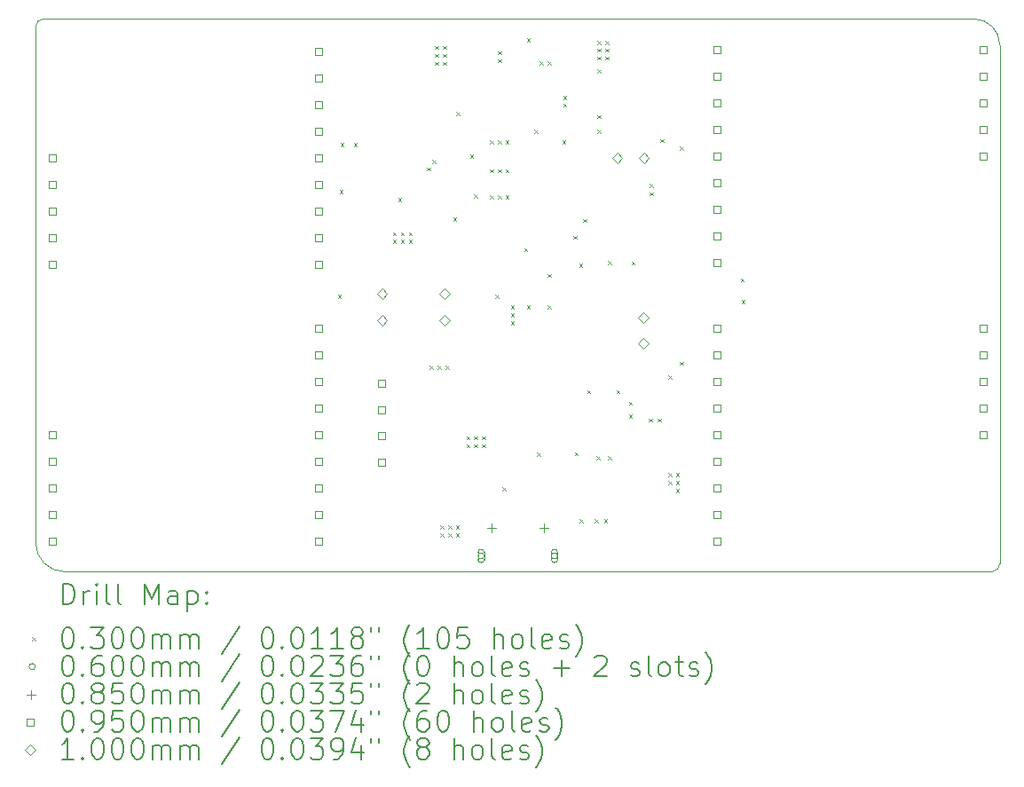
<source format=gbr>
%TF.GenerationSoftware,KiCad,Pcbnew,9.0.0*%
%TF.CreationDate,2025-03-19T00:35:25-07:00*%
%TF.ProjectId,Telemetry_STM32_V3,54656c65-6d65-4747-9279-5f53544d3332,rev?*%
%TF.SameCoordinates,Original*%
%TF.FileFunction,Drillmap*%
%TF.FilePolarity,Positive*%
%FSLAX45Y45*%
G04 Gerber Fmt 4.5, Leading zero omitted, Abs format (unit mm)*
G04 Created by KiCad (PCBNEW 9.0.0) date 2025-03-19 00:35:25*
%MOMM*%
%LPD*%
G01*
G04 APERTURE LIST*
%ADD10C,0.050000*%
%ADD11C,0.200000*%
%ADD12C,0.100000*%
G04 APERTURE END LIST*
D10*
X19350000Y-8550000D02*
G75*
G02*
X19600000Y-8800000I0J-250000D01*
G01*
X10400000Y-13550000D02*
X10400000Y-8625000D01*
X10400000Y-8625000D02*
G75*
G02*
X10475000Y-8550000I75000J0D01*
G01*
X10475000Y-8550000D02*
X19350000Y-8550000D01*
X10675000Y-13825000D02*
G75*
G02*
X10400000Y-13550000I0J275000D01*
G01*
X19600000Y-13750000D02*
G75*
G02*
X19525000Y-13825000I-75000J0D01*
G01*
X19600000Y-8800000D02*
X19600000Y-13750000D01*
X19525000Y-13825000D02*
X10675000Y-13825000D01*
D11*
D12*
X13285000Y-11185000D02*
X13315000Y-11215000D01*
X13315000Y-11185000D02*
X13285000Y-11215000D01*
X13300000Y-10185000D02*
X13330000Y-10215000D01*
X13330000Y-10185000D02*
X13300000Y-10215000D01*
X13310000Y-9735000D02*
X13340000Y-9765000D01*
X13340000Y-9735000D02*
X13310000Y-9765000D01*
X13435000Y-9735000D02*
X13465000Y-9765000D01*
X13465000Y-9735000D02*
X13435000Y-9765000D01*
X13810000Y-10585000D02*
X13840000Y-10615000D01*
X13840000Y-10585000D02*
X13810000Y-10615000D01*
X13810000Y-10660000D02*
X13840000Y-10690000D01*
X13840000Y-10660000D02*
X13810000Y-10690000D01*
X13860000Y-10260000D02*
X13890000Y-10290000D01*
X13890000Y-10260000D02*
X13860000Y-10290000D01*
X13885000Y-10585000D02*
X13915000Y-10615000D01*
X13915000Y-10585000D02*
X13885000Y-10615000D01*
X13885000Y-10660000D02*
X13915000Y-10690000D01*
X13915000Y-10660000D02*
X13885000Y-10690000D01*
X13960000Y-10585000D02*
X13990000Y-10615000D01*
X13990000Y-10585000D02*
X13960000Y-10615000D01*
X13960000Y-10660000D02*
X13990000Y-10690000D01*
X13990000Y-10660000D02*
X13960000Y-10690000D01*
X14135000Y-9969728D02*
X14165000Y-9999728D01*
X14165000Y-9969728D02*
X14135000Y-9999728D01*
X14160000Y-11860000D02*
X14190000Y-11890000D01*
X14190000Y-11860000D02*
X14160000Y-11890000D01*
X14185375Y-9898000D02*
X14215375Y-9928000D01*
X14215375Y-9898000D02*
X14185375Y-9928000D01*
X14210000Y-8810000D02*
X14240000Y-8840000D01*
X14240000Y-8810000D02*
X14210000Y-8840000D01*
X14210000Y-8885000D02*
X14240000Y-8915000D01*
X14240000Y-8885000D02*
X14210000Y-8915000D01*
X14210000Y-8960000D02*
X14240000Y-8990000D01*
X14240000Y-8960000D02*
X14210000Y-8990000D01*
X14235000Y-11860000D02*
X14265000Y-11890000D01*
X14265000Y-11860000D02*
X14235000Y-11890000D01*
X14260000Y-13385000D02*
X14290000Y-13415000D01*
X14290000Y-13385000D02*
X14260000Y-13415000D01*
X14260000Y-13460000D02*
X14290000Y-13490000D01*
X14290000Y-13460000D02*
X14260000Y-13490000D01*
X14285000Y-8810000D02*
X14315000Y-8840000D01*
X14315000Y-8810000D02*
X14285000Y-8840000D01*
X14285000Y-8885000D02*
X14315000Y-8915000D01*
X14315000Y-8885000D02*
X14285000Y-8915000D01*
X14285000Y-8960000D02*
X14315000Y-8990000D01*
X14315000Y-8960000D02*
X14285000Y-8990000D01*
X14310000Y-11860000D02*
X14340000Y-11890000D01*
X14340000Y-11860000D02*
X14310000Y-11890000D01*
X14335000Y-13385000D02*
X14365000Y-13415000D01*
X14365000Y-13385000D02*
X14335000Y-13415000D01*
X14335000Y-13460000D02*
X14365000Y-13490000D01*
X14365000Y-13460000D02*
X14335000Y-13490000D01*
X14383000Y-10445000D02*
X14413000Y-10475000D01*
X14413000Y-10445000D02*
X14383000Y-10475000D01*
X14410000Y-13385000D02*
X14440000Y-13415000D01*
X14440000Y-13385000D02*
X14410000Y-13415000D01*
X14410000Y-13460000D02*
X14440000Y-13490000D01*
X14440000Y-13460000D02*
X14410000Y-13490000D01*
X14412500Y-9440000D02*
X14442500Y-9470000D01*
X14442500Y-9440000D02*
X14412500Y-9470000D01*
X14510000Y-12535000D02*
X14540000Y-12565000D01*
X14540000Y-12535000D02*
X14510000Y-12565000D01*
X14510000Y-12610000D02*
X14540000Y-12640000D01*
X14540000Y-12610000D02*
X14510000Y-12640000D01*
X14545000Y-9845000D02*
X14575000Y-9875000D01*
X14575000Y-9845000D02*
X14545000Y-9875000D01*
X14585000Y-10225000D02*
X14615000Y-10255000D01*
X14615000Y-10225000D02*
X14585000Y-10255000D01*
X14585000Y-12535000D02*
X14615000Y-12565000D01*
X14615000Y-12535000D02*
X14585000Y-12565000D01*
X14585000Y-12610000D02*
X14615000Y-12640000D01*
X14615000Y-12610000D02*
X14585000Y-12640000D01*
X14660000Y-12535000D02*
X14690000Y-12565000D01*
X14690000Y-12535000D02*
X14660000Y-12565000D01*
X14660000Y-12610000D02*
X14690000Y-12640000D01*
X14690000Y-12610000D02*
X14660000Y-12640000D01*
X14735000Y-9710000D02*
X14765000Y-9740000D01*
X14765000Y-9710000D02*
X14735000Y-9740000D01*
X14735000Y-9985000D02*
X14765000Y-10015000D01*
X14765000Y-9985000D02*
X14735000Y-10015000D01*
X14735000Y-10235000D02*
X14765000Y-10265000D01*
X14765000Y-10235000D02*
X14735000Y-10265000D01*
X14785000Y-11185000D02*
X14815000Y-11215000D01*
X14815000Y-11185000D02*
X14785000Y-11215000D01*
X14810000Y-8860000D02*
X14840000Y-8890000D01*
X14840000Y-8860000D02*
X14810000Y-8890000D01*
X14810000Y-8935000D02*
X14840000Y-8965000D01*
X14840000Y-8935000D02*
X14810000Y-8965000D01*
X14810000Y-9710000D02*
X14840000Y-9740000D01*
X14840000Y-9710000D02*
X14810000Y-9740000D01*
X14810000Y-9985000D02*
X14840000Y-10015000D01*
X14840000Y-9985000D02*
X14810000Y-10015000D01*
X14810000Y-10235000D02*
X14840000Y-10265000D01*
X14840000Y-10235000D02*
X14810000Y-10265000D01*
X14855000Y-13021250D02*
X14885000Y-13051250D01*
X14885000Y-13021250D02*
X14855000Y-13051250D01*
X14885000Y-9710000D02*
X14915000Y-9740000D01*
X14915000Y-9710000D02*
X14885000Y-9740000D01*
X14885000Y-9985000D02*
X14915000Y-10015000D01*
X14915000Y-9985000D02*
X14885000Y-10015000D01*
X14885000Y-10235000D02*
X14915000Y-10265000D01*
X14915000Y-10235000D02*
X14885000Y-10265000D01*
X14935000Y-11285000D02*
X14965000Y-11315000D01*
X14965000Y-11285000D02*
X14935000Y-11315000D01*
X14935000Y-11360000D02*
X14965000Y-11390000D01*
X14965000Y-11360000D02*
X14935000Y-11390000D01*
X14935000Y-11435000D02*
X14965000Y-11465000D01*
X14965000Y-11435000D02*
X14935000Y-11465000D01*
X15062500Y-10740000D02*
X15092500Y-10770000D01*
X15092500Y-10740000D02*
X15062500Y-10770000D01*
X15085000Y-8735000D02*
X15115000Y-8765000D01*
X15115000Y-8735000D02*
X15085000Y-8765000D01*
X15085000Y-11285000D02*
X15115000Y-11315000D01*
X15115000Y-11285000D02*
X15085000Y-11315000D01*
X15160000Y-9610000D02*
X15190000Y-9640000D01*
X15190000Y-9610000D02*
X15160000Y-9640000D01*
X15185000Y-12691250D02*
X15215000Y-12721250D01*
X15215000Y-12691250D02*
X15185000Y-12721250D01*
X15210000Y-8955000D02*
X15240000Y-8985000D01*
X15240000Y-8955000D02*
X15210000Y-8985000D01*
X15285000Y-8955000D02*
X15315000Y-8985000D01*
X15315000Y-8955000D02*
X15285000Y-8985000D01*
X15285000Y-10985000D02*
X15315000Y-11015000D01*
X15315000Y-10985000D02*
X15285000Y-11015000D01*
X15285000Y-11285000D02*
X15315000Y-11315000D01*
X15315000Y-11285000D02*
X15285000Y-11315000D01*
X15425000Y-9710000D02*
X15455000Y-9740000D01*
X15455000Y-9710000D02*
X15425000Y-9740000D01*
X15435000Y-9285000D02*
X15465000Y-9315000D01*
X15465000Y-9285000D02*
X15435000Y-9315000D01*
X15435000Y-9360000D02*
X15465000Y-9390000D01*
X15465000Y-9360000D02*
X15435000Y-9390000D01*
X15532500Y-10620000D02*
X15562500Y-10650000D01*
X15562500Y-10620000D02*
X15532500Y-10650000D01*
X15545000Y-12685000D02*
X15575000Y-12715000D01*
X15575000Y-12685000D02*
X15545000Y-12715000D01*
X15585000Y-10885000D02*
X15615000Y-10915000D01*
X15615000Y-10885000D02*
X15585000Y-10915000D01*
X15590000Y-13325000D02*
X15620000Y-13355000D01*
X15620000Y-13325000D02*
X15590000Y-13355000D01*
X15626250Y-10458750D02*
X15656250Y-10488750D01*
X15656250Y-10458750D02*
X15626250Y-10488750D01*
X15661817Y-12095000D02*
X15691817Y-12125000D01*
X15691817Y-12095000D02*
X15661817Y-12125000D01*
X15735000Y-13325000D02*
X15765000Y-13355000D01*
X15765000Y-13325000D02*
X15735000Y-13355000D01*
X15751817Y-12725000D02*
X15781817Y-12755000D01*
X15781817Y-12725000D02*
X15751817Y-12755000D01*
X15760000Y-8760000D02*
X15790000Y-8790000D01*
X15790000Y-8760000D02*
X15760000Y-8790000D01*
X15760000Y-8835000D02*
X15790000Y-8865000D01*
X15790000Y-8835000D02*
X15760000Y-8865000D01*
X15760000Y-8910000D02*
X15790000Y-8940000D01*
X15790000Y-8910000D02*
X15760000Y-8940000D01*
X15760000Y-9032500D02*
X15790000Y-9062500D01*
X15790000Y-9032500D02*
X15760000Y-9062500D01*
X15760000Y-9470000D02*
X15790000Y-9500000D01*
X15790000Y-9470000D02*
X15760000Y-9500000D01*
X15760000Y-9610000D02*
X15790000Y-9640000D01*
X15790000Y-9610000D02*
X15760000Y-9640000D01*
X15825000Y-13325000D02*
X15855000Y-13355000D01*
X15855000Y-13325000D02*
X15825000Y-13355000D01*
X15835000Y-8760000D02*
X15865000Y-8790000D01*
X15865000Y-8760000D02*
X15835000Y-8790000D01*
X15835000Y-8835000D02*
X15865000Y-8865000D01*
X15865000Y-8835000D02*
X15835000Y-8865000D01*
X15835000Y-8910000D02*
X15865000Y-8940000D01*
X15865000Y-8910000D02*
X15835000Y-8940000D01*
X15860000Y-10860000D02*
X15890000Y-10890000D01*
X15890000Y-10860000D02*
X15860000Y-10890000D01*
X15861817Y-12725000D02*
X15891817Y-12755000D01*
X15891817Y-12725000D02*
X15861817Y-12755000D01*
X15941817Y-12095000D02*
X15971817Y-12125000D01*
X15971817Y-12095000D02*
X15941817Y-12125000D01*
X16061817Y-12205000D02*
X16091817Y-12235000D01*
X16091817Y-12205000D02*
X16061817Y-12235000D01*
X16061817Y-12325000D02*
X16091817Y-12355000D01*
X16091817Y-12325000D02*
X16061817Y-12355000D01*
X16085000Y-10865000D02*
X16115000Y-10895000D01*
X16115000Y-10865000D02*
X16085000Y-10895000D01*
X16251817Y-12365000D02*
X16281817Y-12395000D01*
X16281817Y-12365000D02*
X16251817Y-12395000D01*
X16260000Y-10125000D02*
X16290000Y-10155000D01*
X16290000Y-10125000D02*
X16260000Y-10155000D01*
X16260000Y-10205000D02*
X16290000Y-10235000D01*
X16290000Y-10205000D02*
X16260000Y-10235000D01*
X16335000Y-12365000D02*
X16365000Y-12395000D01*
X16365000Y-12365000D02*
X16335000Y-12395000D01*
X16362924Y-9696000D02*
X16392924Y-9726000D01*
X16392924Y-9696000D02*
X16362924Y-9726000D01*
X16435000Y-12885000D02*
X16465000Y-12915000D01*
X16465000Y-12885000D02*
X16435000Y-12915000D01*
X16435000Y-12960000D02*
X16465000Y-12990000D01*
X16465000Y-12960000D02*
X16435000Y-12990000D01*
X16437500Y-11952500D02*
X16467500Y-11982500D01*
X16467500Y-11952500D02*
X16437500Y-11982500D01*
X16510000Y-12885000D02*
X16540000Y-12915000D01*
X16540000Y-12885000D02*
X16510000Y-12915000D01*
X16510000Y-12960000D02*
X16540000Y-12990000D01*
X16540000Y-12960000D02*
X16510000Y-12990000D01*
X16510000Y-13035000D02*
X16540000Y-13065000D01*
X16540000Y-13035000D02*
X16510000Y-13065000D01*
X16547500Y-11822500D02*
X16577500Y-11852500D01*
X16577500Y-11822500D02*
X16547500Y-11852500D01*
X16548750Y-9771250D02*
X16578750Y-9801250D01*
X16578750Y-9771250D02*
X16548750Y-9801250D01*
X17127500Y-11025000D02*
X17157500Y-11055000D01*
X17157500Y-11025000D02*
X17127500Y-11055000D01*
X17135000Y-11235000D02*
X17165000Y-11265000D01*
X17165000Y-11235000D02*
X17135000Y-11265000D01*
X14680000Y-13675000D02*
G75*
G02*
X14620000Y-13675000I-30000J0D01*
G01*
X14620000Y-13675000D02*
G75*
G02*
X14680000Y-13675000I30000J0D01*
G01*
X14680000Y-13710000D02*
X14680000Y-13640000D01*
X14620000Y-13640000D02*
G75*
G02*
X14680000Y-13640000I30000J0D01*
G01*
X14620000Y-13640000D02*
X14620000Y-13710000D01*
X14620000Y-13710000D02*
G75*
G03*
X14680000Y-13710000I30000J0D01*
G01*
X15380000Y-13675000D02*
G75*
G02*
X15320000Y-13675000I-30000J0D01*
G01*
X15320000Y-13675000D02*
G75*
G02*
X15380000Y-13675000I30000J0D01*
G01*
X15320000Y-13640000D02*
X15320000Y-13710000D01*
X15380000Y-13710000D02*
G75*
G02*
X15320000Y-13710000I-30000J0D01*
G01*
X15380000Y-13710000D02*
X15380000Y-13640000D01*
X15380000Y-13640000D02*
G75*
G03*
X15320000Y-13640000I-30000J0D01*
G01*
X14750000Y-13362500D02*
X14750000Y-13447500D01*
X14707500Y-13405000D02*
X14792500Y-13405000D01*
X15250000Y-13362500D02*
X15250000Y-13447500D01*
X15207500Y-13405000D02*
X15292500Y-13405000D01*
X10593588Y-9913588D02*
X10593588Y-9846412D01*
X10526412Y-9846412D01*
X10526412Y-9913588D01*
X10593588Y-9913588D01*
X10593588Y-10167588D02*
X10593588Y-10100412D01*
X10526412Y-10100412D01*
X10526412Y-10167588D01*
X10593588Y-10167588D01*
X10593588Y-10421588D02*
X10593588Y-10354412D01*
X10526412Y-10354412D01*
X10526412Y-10421588D01*
X10593588Y-10421588D01*
X10593588Y-10675588D02*
X10593588Y-10608412D01*
X10526412Y-10608412D01*
X10526412Y-10675588D01*
X10593588Y-10675588D01*
X10593588Y-10929588D02*
X10593588Y-10862412D01*
X10526412Y-10862412D01*
X10526412Y-10929588D01*
X10593588Y-10929588D01*
X10593588Y-12549588D02*
X10593588Y-12482412D01*
X10526412Y-12482412D01*
X10526412Y-12549588D01*
X10593588Y-12549588D01*
X10593588Y-12803588D02*
X10593588Y-12736412D01*
X10526412Y-12736412D01*
X10526412Y-12803588D01*
X10593588Y-12803588D01*
X10593588Y-13057588D02*
X10593588Y-12990412D01*
X10526412Y-12990412D01*
X10526412Y-13057588D01*
X10593588Y-13057588D01*
X10593588Y-13311588D02*
X10593588Y-13244412D01*
X10526412Y-13244412D01*
X10526412Y-13311588D01*
X10593588Y-13311588D01*
X10593588Y-13565588D02*
X10593588Y-13498412D01*
X10526412Y-13498412D01*
X10526412Y-13565588D01*
X10593588Y-13565588D01*
X13133588Y-8897588D02*
X13133588Y-8830412D01*
X13066412Y-8830412D01*
X13066412Y-8897588D01*
X13133588Y-8897588D01*
X13133588Y-9151588D02*
X13133588Y-9084412D01*
X13066412Y-9084412D01*
X13066412Y-9151588D01*
X13133588Y-9151588D01*
X13133588Y-9405588D02*
X13133588Y-9338412D01*
X13066412Y-9338412D01*
X13066412Y-9405588D01*
X13133588Y-9405588D01*
X13133588Y-9659588D02*
X13133588Y-9592412D01*
X13066412Y-9592412D01*
X13066412Y-9659588D01*
X13133588Y-9659588D01*
X13133588Y-9913588D02*
X13133588Y-9846412D01*
X13066412Y-9846412D01*
X13066412Y-9913588D01*
X13133588Y-9913588D01*
X13133588Y-10167588D02*
X13133588Y-10100412D01*
X13066412Y-10100412D01*
X13066412Y-10167588D01*
X13133588Y-10167588D01*
X13133588Y-10421588D02*
X13133588Y-10354412D01*
X13066412Y-10354412D01*
X13066412Y-10421588D01*
X13133588Y-10421588D01*
X13133588Y-10675588D02*
X13133588Y-10608412D01*
X13066412Y-10608412D01*
X13066412Y-10675588D01*
X13133588Y-10675588D01*
X13133588Y-10929588D02*
X13133588Y-10862412D01*
X13066412Y-10862412D01*
X13066412Y-10929588D01*
X13133588Y-10929588D01*
X13133588Y-11533588D02*
X13133588Y-11466412D01*
X13066412Y-11466412D01*
X13066412Y-11533588D01*
X13133588Y-11533588D01*
X13133588Y-11787588D02*
X13133588Y-11720412D01*
X13066412Y-11720412D01*
X13066412Y-11787588D01*
X13133588Y-11787588D01*
X13133588Y-12041588D02*
X13133588Y-11974412D01*
X13066412Y-11974412D01*
X13066412Y-12041588D01*
X13133588Y-12041588D01*
X13133588Y-12295588D02*
X13133588Y-12228412D01*
X13066412Y-12228412D01*
X13066412Y-12295588D01*
X13133588Y-12295588D01*
X13133588Y-12549588D02*
X13133588Y-12482412D01*
X13066412Y-12482412D01*
X13066412Y-12549588D01*
X13133588Y-12549588D01*
X13133588Y-12803588D02*
X13133588Y-12736412D01*
X13066412Y-12736412D01*
X13066412Y-12803588D01*
X13133588Y-12803588D01*
X13133588Y-13057588D02*
X13133588Y-12990412D01*
X13066412Y-12990412D01*
X13066412Y-13057588D01*
X13133588Y-13057588D01*
X13133588Y-13311588D02*
X13133588Y-13244412D01*
X13066412Y-13244412D01*
X13066412Y-13311588D01*
X13133588Y-13311588D01*
X13133588Y-13565588D02*
X13133588Y-13498412D01*
X13066412Y-13498412D01*
X13066412Y-13565588D01*
X13133588Y-13565588D01*
X13733588Y-12062338D02*
X13733588Y-11995162D01*
X13666412Y-11995162D01*
X13666412Y-12062338D01*
X13733588Y-12062338D01*
X13733588Y-12312338D02*
X13733588Y-12245162D01*
X13666412Y-12245162D01*
X13666412Y-12312338D01*
X13733588Y-12312338D01*
X13733588Y-12562338D02*
X13733588Y-12495162D01*
X13666412Y-12495162D01*
X13666412Y-12562338D01*
X13733588Y-12562338D01*
X13733588Y-12812338D02*
X13733588Y-12745162D01*
X13666412Y-12745162D01*
X13666412Y-12812338D01*
X13733588Y-12812338D01*
X16933588Y-8879588D02*
X16933588Y-8812412D01*
X16866412Y-8812412D01*
X16866412Y-8879588D01*
X16933588Y-8879588D01*
X16933588Y-9133588D02*
X16933588Y-9066412D01*
X16866412Y-9066412D01*
X16866412Y-9133588D01*
X16933588Y-9133588D01*
X16933588Y-9387588D02*
X16933588Y-9320412D01*
X16866412Y-9320412D01*
X16866412Y-9387588D01*
X16933588Y-9387588D01*
X16933588Y-9641588D02*
X16933588Y-9574412D01*
X16866412Y-9574412D01*
X16866412Y-9641588D01*
X16933588Y-9641588D01*
X16933588Y-9895588D02*
X16933588Y-9828412D01*
X16866412Y-9828412D01*
X16866412Y-9895588D01*
X16933588Y-9895588D01*
X16933588Y-10149588D02*
X16933588Y-10082412D01*
X16866412Y-10082412D01*
X16866412Y-10149588D01*
X16933588Y-10149588D01*
X16933588Y-10403588D02*
X16933588Y-10336412D01*
X16866412Y-10336412D01*
X16866412Y-10403588D01*
X16933588Y-10403588D01*
X16933588Y-10657588D02*
X16933588Y-10590412D01*
X16866412Y-10590412D01*
X16866412Y-10657588D01*
X16933588Y-10657588D01*
X16933588Y-10911588D02*
X16933588Y-10844412D01*
X16866412Y-10844412D01*
X16866412Y-10911588D01*
X16933588Y-10911588D01*
X16933588Y-11533588D02*
X16933588Y-11466412D01*
X16866412Y-11466412D01*
X16866412Y-11533588D01*
X16933588Y-11533588D01*
X16933588Y-11787588D02*
X16933588Y-11720412D01*
X16866412Y-11720412D01*
X16866412Y-11787588D01*
X16933588Y-11787588D01*
X16933588Y-12041588D02*
X16933588Y-11974412D01*
X16866412Y-11974412D01*
X16866412Y-12041588D01*
X16933588Y-12041588D01*
X16933588Y-12295588D02*
X16933588Y-12228412D01*
X16866412Y-12228412D01*
X16866412Y-12295588D01*
X16933588Y-12295588D01*
X16933588Y-12549588D02*
X16933588Y-12482412D01*
X16866412Y-12482412D01*
X16866412Y-12549588D01*
X16933588Y-12549588D01*
X16933588Y-12803588D02*
X16933588Y-12736412D01*
X16866412Y-12736412D01*
X16866412Y-12803588D01*
X16933588Y-12803588D01*
X16933588Y-13057588D02*
X16933588Y-12990412D01*
X16866412Y-12990412D01*
X16866412Y-13057588D01*
X16933588Y-13057588D01*
X16933588Y-13311588D02*
X16933588Y-13244412D01*
X16866412Y-13244412D01*
X16866412Y-13311588D01*
X16933588Y-13311588D01*
X16933588Y-13565588D02*
X16933588Y-13498412D01*
X16866412Y-13498412D01*
X16866412Y-13565588D01*
X16933588Y-13565588D01*
X19473588Y-8879588D02*
X19473588Y-8812412D01*
X19406412Y-8812412D01*
X19406412Y-8879588D01*
X19473588Y-8879588D01*
X19473588Y-9133588D02*
X19473588Y-9066412D01*
X19406412Y-9066412D01*
X19406412Y-9133588D01*
X19473588Y-9133588D01*
X19473588Y-9387588D02*
X19473588Y-9320412D01*
X19406412Y-9320412D01*
X19406412Y-9387588D01*
X19473588Y-9387588D01*
X19473588Y-9641588D02*
X19473588Y-9574412D01*
X19406412Y-9574412D01*
X19406412Y-9641588D01*
X19473588Y-9641588D01*
X19473588Y-9895588D02*
X19473588Y-9828412D01*
X19406412Y-9828412D01*
X19406412Y-9895588D01*
X19473588Y-9895588D01*
X19473588Y-11533588D02*
X19473588Y-11466412D01*
X19406412Y-11466412D01*
X19406412Y-11533588D01*
X19473588Y-11533588D01*
X19473588Y-11787588D02*
X19473588Y-11720412D01*
X19406412Y-11720412D01*
X19406412Y-11787588D01*
X19473588Y-11787588D01*
X19473588Y-12041588D02*
X19473588Y-11974412D01*
X19406412Y-11974412D01*
X19406412Y-12041588D01*
X19473588Y-12041588D01*
X19473588Y-12295588D02*
X19473588Y-12228412D01*
X19406412Y-12228412D01*
X19406412Y-12295588D01*
X19473588Y-12295588D01*
X19473588Y-12549588D02*
X19473588Y-12482412D01*
X19406412Y-12482412D01*
X19406412Y-12549588D01*
X19473588Y-12549588D01*
X13705000Y-11225000D02*
X13755000Y-11175000D01*
X13705000Y-11125000D01*
X13655000Y-11175000D01*
X13705000Y-11225000D01*
X13705000Y-11475000D02*
X13755000Y-11425000D01*
X13705000Y-11375000D01*
X13655000Y-11425000D01*
X13705000Y-11475000D01*
X14300000Y-11222500D02*
X14350000Y-11172500D01*
X14300000Y-11122500D01*
X14250000Y-11172500D01*
X14300000Y-11222500D01*
X14300000Y-11476500D02*
X14350000Y-11426500D01*
X14300000Y-11376500D01*
X14250000Y-11426500D01*
X14300000Y-11476500D01*
X15948500Y-9925000D02*
X15998500Y-9875000D01*
X15948500Y-9825000D01*
X15898500Y-9875000D01*
X15948500Y-9925000D01*
X16195000Y-11450000D02*
X16245000Y-11400000D01*
X16195000Y-11350000D01*
X16145000Y-11400000D01*
X16195000Y-11450000D01*
X16195000Y-11700000D02*
X16245000Y-11650000D01*
X16195000Y-11600000D01*
X16145000Y-11650000D01*
X16195000Y-11700000D01*
X16202500Y-9925000D02*
X16252500Y-9875000D01*
X16202500Y-9825000D01*
X16152500Y-9875000D01*
X16202500Y-9925000D01*
D11*
X10658277Y-14138984D02*
X10658277Y-13938984D01*
X10658277Y-13938984D02*
X10705896Y-13938984D01*
X10705896Y-13938984D02*
X10734467Y-13948508D01*
X10734467Y-13948508D02*
X10753515Y-13967555D01*
X10753515Y-13967555D02*
X10763039Y-13986603D01*
X10763039Y-13986603D02*
X10772563Y-14024698D01*
X10772563Y-14024698D02*
X10772563Y-14053269D01*
X10772563Y-14053269D02*
X10763039Y-14091365D01*
X10763039Y-14091365D02*
X10753515Y-14110412D01*
X10753515Y-14110412D02*
X10734467Y-14129460D01*
X10734467Y-14129460D02*
X10705896Y-14138984D01*
X10705896Y-14138984D02*
X10658277Y-14138984D01*
X10858277Y-14138984D02*
X10858277Y-14005650D01*
X10858277Y-14043746D02*
X10867801Y-14024698D01*
X10867801Y-14024698D02*
X10877324Y-14015174D01*
X10877324Y-14015174D02*
X10896372Y-14005650D01*
X10896372Y-14005650D02*
X10915420Y-14005650D01*
X10982086Y-14138984D02*
X10982086Y-14005650D01*
X10982086Y-13938984D02*
X10972563Y-13948508D01*
X10972563Y-13948508D02*
X10982086Y-13958031D01*
X10982086Y-13958031D02*
X10991610Y-13948508D01*
X10991610Y-13948508D02*
X10982086Y-13938984D01*
X10982086Y-13938984D02*
X10982086Y-13958031D01*
X11105896Y-14138984D02*
X11086848Y-14129460D01*
X11086848Y-14129460D02*
X11077324Y-14110412D01*
X11077324Y-14110412D02*
X11077324Y-13938984D01*
X11210658Y-14138984D02*
X11191610Y-14129460D01*
X11191610Y-14129460D02*
X11182086Y-14110412D01*
X11182086Y-14110412D02*
X11182086Y-13938984D01*
X11439229Y-14138984D02*
X11439229Y-13938984D01*
X11439229Y-13938984D02*
X11505896Y-14081841D01*
X11505896Y-14081841D02*
X11572562Y-13938984D01*
X11572562Y-13938984D02*
X11572562Y-14138984D01*
X11753515Y-14138984D02*
X11753515Y-14034222D01*
X11753515Y-14034222D02*
X11743991Y-14015174D01*
X11743991Y-14015174D02*
X11724943Y-14005650D01*
X11724943Y-14005650D02*
X11686848Y-14005650D01*
X11686848Y-14005650D02*
X11667801Y-14015174D01*
X11753515Y-14129460D02*
X11734467Y-14138984D01*
X11734467Y-14138984D02*
X11686848Y-14138984D01*
X11686848Y-14138984D02*
X11667801Y-14129460D01*
X11667801Y-14129460D02*
X11658277Y-14110412D01*
X11658277Y-14110412D02*
X11658277Y-14091365D01*
X11658277Y-14091365D02*
X11667801Y-14072317D01*
X11667801Y-14072317D02*
X11686848Y-14062793D01*
X11686848Y-14062793D02*
X11734467Y-14062793D01*
X11734467Y-14062793D02*
X11753515Y-14053269D01*
X11848753Y-14005650D02*
X11848753Y-14205650D01*
X11848753Y-14015174D02*
X11867801Y-14005650D01*
X11867801Y-14005650D02*
X11905896Y-14005650D01*
X11905896Y-14005650D02*
X11924943Y-14015174D01*
X11924943Y-14015174D02*
X11934467Y-14024698D01*
X11934467Y-14024698D02*
X11943991Y-14043746D01*
X11943991Y-14043746D02*
X11943991Y-14100888D01*
X11943991Y-14100888D02*
X11934467Y-14119936D01*
X11934467Y-14119936D02*
X11924943Y-14129460D01*
X11924943Y-14129460D02*
X11905896Y-14138984D01*
X11905896Y-14138984D02*
X11867801Y-14138984D01*
X11867801Y-14138984D02*
X11848753Y-14129460D01*
X12029705Y-14119936D02*
X12039229Y-14129460D01*
X12039229Y-14129460D02*
X12029705Y-14138984D01*
X12029705Y-14138984D02*
X12020182Y-14129460D01*
X12020182Y-14129460D02*
X12029705Y-14119936D01*
X12029705Y-14119936D02*
X12029705Y-14138984D01*
X12029705Y-14015174D02*
X12039229Y-14024698D01*
X12039229Y-14024698D02*
X12029705Y-14034222D01*
X12029705Y-14034222D02*
X12020182Y-14024698D01*
X12020182Y-14024698D02*
X12029705Y-14015174D01*
X12029705Y-14015174D02*
X12029705Y-14034222D01*
D12*
X10367500Y-14452500D02*
X10397500Y-14482500D01*
X10397500Y-14452500D02*
X10367500Y-14482500D01*
D11*
X10696372Y-14358984D02*
X10715420Y-14358984D01*
X10715420Y-14358984D02*
X10734467Y-14368508D01*
X10734467Y-14368508D02*
X10743991Y-14378031D01*
X10743991Y-14378031D02*
X10753515Y-14397079D01*
X10753515Y-14397079D02*
X10763039Y-14435174D01*
X10763039Y-14435174D02*
X10763039Y-14482793D01*
X10763039Y-14482793D02*
X10753515Y-14520888D01*
X10753515Y-14520888D02*
X10743991Y-14539936D01*
X10743991Y-14539936D02*
X10734467Y-14549460D01*
X10734467Y-14549460D02*
X10715420Y-14558984D01*
X10715420Y-14558984D02*
X10696372Y-14558984D01*
X10696372Y-14558984D02*
X10677324Y-14549460D01*
X10677324Y-14549460D02*
X10667801Y-14539936D01*
X10667801Y-14539936D02*
X10658277Y-14520888D01*
X10658277Y-14520888D02*
X10648753Y-14482793D01*
X10648753Y-14482793D02*
X10648753Y-14435174D01*
X10648753Y-14435174D02*
X10658277Y-14397079D01*
X10658277Y-14397079D02*
X10667801Y-14378031D01*
X10667801Y-14378031D02*
X10677324Y-14368508D01*
X10677324Y-14368508D02*
X10696372Y-14358984D01*
X10848753Y-14539936D02*
X10858277Y-14549460D01*
X10858277Y-14549460D02*
X10848753Y-14558984D01*
X10848753Y-14558984D02*
X10839229Y-14549460D01*
X10839229Y-14549460D02*
X10848753Y-14539936D01*
X10848753Y-14539936D02*
X10848753Y-14558984D01*
X10924944Y-14358984D02*
X11048753Y-14358984D01*
X11048753Y-14358984D02*
X10982086Y-14435174D01*
X10982086Y-14435174D02*
X11010658Y-14435174D01*
X11010658Y-14435174D02*
X11029705Y-14444698D01*
X11029705Y-14444698D02*
X11039229Y-14454222D01*
X11039229Y-14454222D02*
X11048753Y-14473269D01*
X11048753Y-14473269D02*
X11048753Y-14520888D01*
X11048753Y-14520888D02*
X11039229Y-14539936D01*
X11039229Y-14539936D02*
X11029705Y-14549460D01*
X11029705Y-14549460D02*
X11010658Y-14558984D01*
X11010658Y-14558984D02*
X10953515Y-14558984D01*
X10953515Y-14558984D02*
X10934467Y-14549460D01*
X10934467Y-14549460D02*
X10924944Y-14539936D01*
X11172563Y-14358984D02*
X11191610Y-14358984D01*
X11191610Y-14358984D02*
X11210658Y-14368508D01*
X11210658Y-14368508D02*
X11220182Y-14378031D01*
X11220182Y-14378031D02*
X11229705Y-14397079D01*
X11229705Y-14397079D02*
X11239229Y-14435174D01*
X11239229Y-14435174D02*
X11239229Y-14482793D01*
X11239229Y-14482793D02*
X11229705Y-14520888D01*
X11229705Y-14520888D02*
X11220182Y-14539936D01*
X11220182Y-14539936D02*
X11210658Y-14549460D01*
X11210658Y-14549460D02*
X11191610Y-14558984D01*
X11191610Y-14558984D02*
X11172563Y-14558984D01*
X11172563Y-14558984D02*
X11153515Y-14549460D01*
X11153515Y-14549460D02*
X11143991Y-14539936D01*
X11143991Y-14539936D02*
X11134467Y-14520888D01*
X11134467Y-14520888D02*
X11124944Y-14482793D01*
X11124944Y-14482793D02*
X11124944Y-14435174D01*
X11124944Y-14435174D02*
X11134467Y-14397079D01*
X11134467Y-14397079D02*
X11143991Y-14378031D01*
X11143991Y-14378031D02*
X11153515Y-14368508D01*
X11153515Y-14368508D02*
X11172563Y-14358984D01*
X11363039Y-14358984D02*
X11382086Y-14358984D01*
X11382086Y-14358984D02*
X11401134Y-14368508D01*
X11401134Y-14368508D02*
X11410658Y-14378031D01*
X11410658Y-14378031D02*
X11420182Y-14397079D01*
X11420182Y-14397079D02*
X11429705Y-14435174D01*
X11429705Y-14435174D02*
X11429705Y-14482793D01*
X11429705Y-14482793D02*
X11420182Y-14520888D01*
X11420182Y-14520888D02*
X11410658Y-14539936D01*
X11410658Y-14539936D02*
X11401134Y-14549460D01*
X11401134Y-14549460D02*
X11382086Y-14558984D01*
X11382086Y-14558984D02*
X11363039Y-14558984D01*
X11363039Y-14558984D02*
X11343991Y-14549460D01*
X11343991Y-14549460D02*
X11334467Y-14539936D01*
X11334467Y-14539936D02*
X11324943Y-14520888D01*
X11324943Y-14520888D02*
X11315420Y-14482793D01*
X11315420Y-14482793D02*
X11315420Y-14435174D01*
X11315420Y-14435174D02*
X11324943Y-14397079D01*
X11324943Y-14397079D02*
X11334467Y-14378031D01*
X11334467Y-14378031D02*
X11343991Y-14368508D01*
X11343991Y-14368508D02*
X11363039Y-14358984D01*
X11515420Y-14558984D02*
X11515420Y-14425650D01*
X11515420Y-14444698D02*
X11524943Y-14435174D01*
X11524943Y-14435174D02*
X11543991Y-14425650D01*
X11543991Y-14425650D02*
X11572563Y-14425650D01*
X11572563Y-14425650D02*
X11591610Y-14435174D01*
X11591610Y-14435174D02*
X11601134Y-14454222D01*
X11601134Y-14454222D02*
X11601134Y-14558984D01*
X11601134Y-14454222D02*
X11610658Y-14435174D01*
X11610658Y-14435174D02*
X11629705Y-14425650D01*
X11629705Y-14425650D02*
X11658277Y-14425650D01*
X11658277Y-14425650D02*
X11677324Y-14435174D01*
X11677324Y-14435174D02*
X11686848Y-14454222D01*
X11686848Y-14454222D02*
X11686848Y-14558984D01*
X11782086Y-14558984D02*
X11782086Y-14425650D01*
X11782086Y-14444698D02*
X11791610Y-14435174D01*
X11791610Y-14435174D02*
X11810658Y-14425650D01*
X11810658Y-14425650D02*
X11839229Y-14425650D01*
X11839229Y-14425650D02*
X11858277Y-14435174D01*
X11858277Y-14435174D02*
X11867801Y-14454222D01*
X11867801Y-14454222D02*
X11867801Y-14558984D01*
X11867801Y-14454222D02*
X11877324Y-14435174D01*
X11877324Y-14435174D02*
X11896372Y-14425650D01*
X11896372Y-14425650D02*
X11924943Y-14425650D01*
X11924943Y-14425650D02*
X11943991Y-14435174D01*
X11943991Y-14435174D02*
X11953515Y-14454222D01*
X11953515Y-14454222D02*
X11953515Y-14558984D01*
X12343991Y-14349460D02*
X12172563Y-14606603D01*
X12601134Y-14358984D02*
X12620182Y-14358984D01*
X12620182Y-14358984D02*
X12639229Y-14368508D01*
X12639229Y-14368508D02*
X12648753Y-14378031D01*
X12648753Y-14378031D02*
X12658277Y-14397079D01*
X12658277Y-14397079D02*
X12667801Y-14435174D01*
X12667801Y-14435174D02*
X12667801Y-14482793D01*
X12667801Y-14482793D02*
X12658277Y-14520888D01*
X12658277Y-14520888D02*
X12648753Y-14539936D01*
X12648753Y-14539936D02*
X12639229Y-14549460D01*
X12639229Y-14549460D02*
X12620182Y-14558984D01*
X12620182Y-14558984D02*
X12601134Y-14558984D01*
X12601134Y-14558984D02*
X12582086Y-14549460D01*
X12582086Y-14549460D02*
X12572563Y-14539936D01*
X12572563Y-14539936D02*
X12563039Y-14520888D01*
X12563039Y-14520888D02*
X12553515Y-14482793D01*
X12553515Y-14482793D02*
X12553515Y-14435174D01*
X12553515Y-14435174D02*
X12563039Y-14397079D01*
X12563039Y-14397079D02*
X12572563Y-14378031D01*
X12572563Y-14378031D02*
X12582086Y-14368508D01*
X12582086Y-14368508D02*
X12601134Y-14358984D01*
X12753515Y-14539936D02*
X12763039Y-14549460D01*
X12763039Y-14549460D02*
X12753515Y-14558984D01*
X12753515Y-14558984D02*
X12743991Y-14549460D01*
X12743991Y-14549460D02*
X12753515Y-14539936D01*
X12753515Y-14539936D02*
X12753515Y-14558984D01*
X12886848Y-14358984D02*
X12905896Y-14358984D01*
X12905896Y-14358984D02*
X12924944Y-14368508D01*
X12924944Y-14368508D02*
X12934467Y-14378031D01*
X12934467Y-14378031D02*
X12943991Y-14397079D01*
X12943991Y-14397079D02*
X12953515Y-14435174D01*
X12953515Y-14435174D02*
X12953515Y-14482793D01*
X12953515Y-14482793D02*
X12943991Y-14520888D01*
X12943991Y-14520888D02*
X12934467Y-14539936D01*
X12934467Y-14539936D02*
X12924944Y-14549460D01*
X12924944Y-14549460D02*
X12905896Y-14558984D01*
X12905896Y-14558984D02*
X12886848Y-14558984D01*
X12886848Y-14558984D02*
X12867801Y-14549460D01*
X12867801Y-14549460D02*
X12858277Y-14539936D01*
X12858277Y-14539936D02*
X12848753Y-14520888D01*
X12848753Y-14520888D02*
X12839229Y-14482793D01*
X12839229Y-14482793D02*
X12839229Y-14435174D01*
X12839229Y-14435174D02*
X12848753Y-14397079D01*
X12848753Y-14397079D02*
X12858277Y-14378031D01*
X12858277Y-14378031D02*
X12867801Y-14368508D01*
X12867801Y-14368508D02*
X12886848Y-14358984D01*
X13143991Y-14558984D02*
X13029706Y-14558984D01*
X13086848Y-14558984D02*
X13086848Y-14358984D01*
X13086848Y-14358984D02*
X13067801Y-14387555D01*
X13067801Y-14387555D02*
X13048753Y-14406603D01*
X13048753Y-14406603D02*
X13029706Y-14416127D01*
X13334467Y-14558984D02*
X13220182Y-14558984D01*
X13277325Y-14558984D02*
X13277325Y-14358984D01*
X13277325Y-14358984D02*
X13258277Y-14387555D01*
X13258277Y-14387555D02*
X13239229Y-14406603D01*
X13239229Y-14406603D02*
X13220182Y-14416127D01*
X13448753Y-14444698D02*
X13429706Y-14435174D01*
X13429706Y-14435174D02*
X13420182Y-14425650D01*
X13420182Y-14425650D02*
X13410658Y-14406603D01*
X13410658Y-14406603D02*
X13410658Y-14397079D01*
X13410658Y-14397079D02*
X13420182Y-14378031D01*
X13420182Y-14378031D02*
X13429706Y-14368508D01*
X13429706Y-14368508D02*
X13448753Y-14358984D01*
X13448753Y-14358984D02*
X13486848Y-14358984D01*
X13486848Y-14358984D02*
X13505896Y-14368508D01*
X13505896Y-14368508D02*
X13515420Y-14378031D01*
X13515420Y-14378031D02*
X13524944Y-14397079D01*
X13524944Y-14397079D02*
X13524944Y-14406603D01*
X13524944Y-14406603D02*
X13515420Y-14425650D01*
X13515420Y-14425650D02*
X13505896Y-14435174D01*
X13505896Y-14435174D02*
X13486848Y-14444698D01*
X13486848Y-14444698D02*
X13448753Y-14444698D01*
X13448753Y-14444698D02*
X13429706Y-14454222D01*
X13429706Y-14454222D02*
X13420182Y-14463746D01*
X13420182Y-14463746D02*
X13410658Y-14482793D01*
X13410658Y-14482793D02*
X13410658Y-14520888D01*
X13410658Y-14520888D02*
X13420182Y-14539936D01*
X13420182Y-14539936D02*
X13429706Y-14549460D01*
X13429706Y-14549460D02*
X13448753Y-14558984D01*
X13448753Y-14558984D02*
X13486848Y-14558984D01*
X13486848Y-14558984D02*
X13505896Y-14549460D01*
X13505896Y-14549460D02*
X13515420Y-14539936D01*
X13515420Y-14539936D02*
X13524944Y-14520888D01*
X13524944Y-14520888D02*
X13524944Y-14482793D01*
X13524944Y-14482793D02*
X13515420Y-14463746D01*
X13515420Y-14463746D02*
X13505896Y-14454222D01*
X13505896Y-14454222D02*
X13486848Y-14444698D01*
X13601134Y-14358984D02*
X13601134Y-14397079D01*
X13677325Y-14358984D02*
X13677325Y-14397079D01*
X13972563Y-14635174D02*
X13963039Y-14625650D01*
X13963039Y-14625650D02*
X13943991Y-14597079D01*
X13943991Y-14597079D02*
X13934468Y-14578031D01*
X13934468Y-14578031D02*
X13924944Y-14549460D01*
X13924944Y-14549460D02*
X13915420Y-14501841D01*
X13915420Y-14501841D02*
X13915420Y-14463746D01*
X13915420Y-14463746D02*
X13924944Y-14416127D01*
X13924944Y-14416127D02*
X13934468Y-14387555D01*
X13934468Y-14387555D02*
X13943991Y-14368508D01*
X13943991Y-14368508D02*
X13963039Y-14339936D01*
X13963039Y-14339936D02*
X13972563Y-14330412D01*
X14153515Y-14558984D02*
X14039229Y-14558984D01*
X14096372Y-14558984D02*
X14096372Y-14358984D01*
X14096372Y-14358984D02*
X14077325Y-14387555D01*
X14077325Y-14387555D02*
X14058277Y-14406603D01*
X14058277Y-14406603D02*
X14039229Y-14416127D01*
X14277325Y-14358984D02*
X14296372Y-14358984D01*
X14296372Y-14358984D02*
X14315420Y-14368508D01*
X14315420Y-14368508D02*
X14324944Y-14378031D01*
X14324944Y-14378031D02*
X14334468Y-14397079D01*
X14334468Y-14397079D02*
X14343991Y-14435174D01*
X14343991Y-14435174D02*
X14343991Y-14482793D01*
X14343991Y-14482793D02*
X14334468Y-14520888D01*
X14334468Y-14520888D02*
X14324944Y-14539936D01*
X14324944Y-14539936D02*
X14315420Y-14549460D01*
X14315420Y-14549460D02*
X14296372Y-14558984D01*
X14296372Y-14558984D02*
X14277325Y-14558984D01*
X14277325Y-14558984D02*
X14258277Y-14549460D01*
X14258277Y-14549460D02*
X14248753Y-14539936D01*
X14248753Y-14539936D02*
X14239229Y-14520888D01*
X14239229Y-14520888D02*
X14229706Y-14482793D01*
X14229706Y-14482793D02*
X14229706Y-14435174D01*
X14229706Y-14435174D02*
X14239229Y-14397079D01*
X14239229Y-14397079D02*
X14248753Y-14378031D01*
X14248753Y-14378031D02*
X14258277Y-14368508D01*
X14258277Y-14368508D02*
X14277325Y-14358984D01*
X14524944Y-14358984D02*
X14429706Y-14358984D01*
X14429706Y-14358984D02*
X14420182Y-14454222D01*
X14420182Y-14454222D02*
X14429706Y-14444698D01*
X14429706Y-14444698D02*
X14448753Y-14435174D01*
X14448753Y-14435174D02*
X14496372Y-14435174D01*
X14496372Y-14435174D02*
X14515420Y-14444698D01*
X14515420Y-14444698D02*
X14524944Y-14454222D01*
X14524944Y-14454222D02*
X14534468Y-14473269D01*
X14534468Y-14473269D02*
X14534468Y-14520888D01*
X14534468Y-14520888D02*
X14524944Y-14539936D01*
X14524944Y-14539936D02*
X14515420Y-14549460D01*
X14515420Y-14549460D02*
X14496372Y-14558984D01*
X14496372Y-14558984D02*
X14448753Y-14558984D01*
X14448753Y-14558984D02*
X14429706Y-14549460D01*
X14429706Y-14549460D02*
X14420182Y-14539936D01*
X14772563Y-14558984D02*
X14772563Y-14358984D01*
X14858277Y-14558984D02*
X14858277Y-14454222D01*
X14858277Y-14454222D02*
X14848753Y-14435174D01*
X14848753Y-14435174D02*
X14829706Y-14425650D01*
X14829706Y-14425650D02*
X14801134Y-14425650D01*
X14801134Y-14425650D02*
X14782087Y-14435174D01*
X14782087Y-14435174D02*
X14772563Y-14444698D01*
X14982087Y-14558984D02*
X14963039Y-14549460D01*
X14963039Y-14549460D02*
X14953515Y-14539936D01*
X14953515Y-14539936D02*
X14943991Y-14520888D01*
X14943991Y-14520888D02*
X14943991Y-14463746D01*
X14943991Y-14463746D02*
X14953515Y-14444698D01*
X14953515Y-14444698D02*
X14963039Y-14435174D01*
X14963039Y-14435174D02*
X14982087Y-14425650D01*
X14982087Y-14425650D02*
X15010658Y-14425650D01*
X15010658Y-14425650D02*
X15029706Y-14435174D01*
X15029706Y-14435174D02*
X15039230Y-14444698D01*
X15039230Y-14444698D02*
X15048753Y-14463746D01*
X15048753Y-14463746D02*
X15048753Y-14520888D01*
X15048753Y-14520888D02*
X15039230Y-14539936D01*
X15039230Y-14539936D02*
X15029706Y-14549460D01*
X15029706Y-14549460D02*
X15010658Y-14558984D01*
X15010658Y-14558984D02*
X14982087Y-14558984D01*
X15163039Y-14558984D02*
X15143991Y-14549460D01*
X15143991Y-14549460D02*
X15134468Y-14530412D01*
X15134468Y-14530412D02*
X15134468Y-14358984D01*
X15315420Y-14549460D02*
X15296372Y-14558984D01*
X15296372Y-14558984D02*
X15258277Y-14558984D01*
X15258277Y-14558984D02*
X15239230Y-14549460D01*
X15239230Y-14549460D02*
X15229706Y-14530412D01*
X15229706Y-14530412D02*
X15229706Y-14454222D01*
X15229706Y-14454222D02*
X15239230Y-14435174D01*
X15239230Y-14435174D02*
X15258277Y-14425650D01*
X15258277Y-14425650D02*
X15296372Y-14425650D01*
X15296372Y-14425650D02*
X15315420Y-14435174D01*
X15315420Y-14435174D02*
X15324944Y-14454222D01*
X15324944Y-14454222D02*
X15324944Y-14473269D01*
X15324944Y-14473269D02*
X15229706Y-14492317D01*
X15401134Y-14549460D02*
X15420182Y-14558984D01*
X15420182Y-14558984D02*
X15458277Y-14558984D01*
X15458277Y-14558984D02*
X15477325Y-14549460D01*
X15477325Y-14549460D02*
X15486849Y-14530412D01*
X15486849Y-14530412D02*
X15486849Y-14520888D01*
X15486849Y-14520888D02*
X15477325Y-14501841D01*
X15477325Y-14501841D02*
X15458277Y-14492317D01*
X15458277Y-14492317D02*
X15429706Y-14492317D01*
X15429706Y-14492317D02*
X15410658Y-14482793D01*
X15410658Y-14482793D02*
X15401134Y-14463746D01*
X15401134Y-14463746D02*
X15401134Y-14454222D01*
X15401134Y-14454222D02*
X15410658Y-14435174D01*
X15410658Y-14435174D02*
X15429706Y-14425650D01*
X15429706Y-14425650D02*
X15458277Y-14425650D01*
X15458277Y-14425650D02*
X15477325Y-14435174D01*
X15553515Y-14635174D02*
X15563039Y-14625650D01*
X15563039Y-14625650D02*
X15582087Y-14597079D01*
X15582087Y-14597079D02*
X15591611Y-14578031D01*
X15591611Y-14578031D02*
X15601134Y-14549460D01*
X15601134Y-14549460D02*
X15610658Y-14501841D01*
X15610658Y-14501841D02*
X15610658Y-14463746D01*
X15610658Y-14463746D02*
X15601134Y-14416127D01*
X15601134Y-14416127D02*
X15591611Y-14387555D01*
X15591611Y-14387555D02*
X15582087Y-14368508D01*
X15582087Y-14368508D02*
X15563039Y-14339936D01*
X15563039Y-14339936D02*
X15553515Y-14330412D01*
D12*
X10397500Y-14731500D02*
G75*
G02*
X10337500Y-14731500I-30000J0D01*
G01*
X10337500Y-14731500D02*
G75*
G02*
X10397500Y-14731500I30000J0D01*
G01*
D11*
X10696372Y-14622984D02*
X10715420Y-14622984D01*
X10715420Y-14622984D02*
X10734467Y-14632508D01*
X10734467Y-14632508D02*
X10743991Y-14642031D01*
X10743991Y-14642031D02*
X10753515Y-14661079D01*
X10753515Y-14661079D02*
X10763039Y-14699174D01*
X10763039Y-14699174D02*
X10763039Y-14746793D01*
X10763039Y-14746793D02*
X10753515Y-14784888D01*
X10753515Y-14784888D02*
X10743991Y-14803936D01*
X10743991Y-14803936D02*
X10734467Y-14813460D01*
X10734467Y-14813460D02*
X10715420Y-14822984D01*
X10715420Y-14822984D02*
X10696372Y-14822984D01*
X10696372Y-14822984D02*
X10677324Y-14813460D01*
X10677324Y-14813460D02*
X10667801Y-14803936D01*
X10667801Y-14803936D02*
X10658277Y-14784888D01*
X10658277Y-14784888D02*
X10648753Y-14746793D01*
X10648753Y-14746793D02*
X10648753Y-14699174D01*
X10648753Y-14699174D02*
X10658277Y-14661079D01*
X10658277Y-14661079D02*
X10667801Y-14642031D01*
X10667801Y-14642031D02*
X10677324Y-14632508D01*
X10677324Y-14632508D02*
X10696372Y-14622984D01*
X10848753Y-14803936D02*
X10858277Y-14813460D01*
X10858277Y-14813460D02*
X10848753Y-14822984D01*
X10848753Y-14822984D02*
X10839229Y-14813460D01*
X10839229Y-14813460D02*
X10848753Y-14803936D01*
X10848753Y-14803936D02*
X10848753Y-14822984D01*
X11029705Y-14622984D02*
X10991610Y-14622984D01*
X10991610Y-14622984D02*
X10972563Y-14632508D01*
X10972563Y-14632508D02*
X10963039Y-14642031D01*
X10963039Y-14642031D02*
X10943991Y-14670603D01*
X10943991Y-14670603D02*
X10934467Y-14708698D01*
X10934467Y-14708698D02*
X10934467Y-14784888D01*
X10934467Y-14784888D02*
X10943991Y-14803936D01*
X10943991Y-14803936D02*
X10953515Y-14813460D01*
X10953515Y-14813460D02*
X10972563Y-14822984D01*
X10972563Y-14822984D02*
X11010658Y-14822984D01*
X11010658Y-14822984D02*
X11029705Y-14813460D01*
X11029705Y-14813460D02*
X11039229Y-14803936D01*
X11039229Y-14803936D02*
X11048753Y-14784888D01*
X11048753Y-14784888D02*
X11048753Y-14737269D01*
X11048753Y-14737269D02*
X11039229Y-14718222D01*
X11039229Y-14718222D02*
X11029705Y-14708698D01*
X11029705Y-14708698D02*
X11010658Y-14699174D01*
X11010658Y-14699174D02*
X10972563Y-14699174D01*
X10972563Y-14699174D02*
X10953515Y-14708698D01*
X10953515Y-14708698D02*
X10943991Y-14718222D01*
X10943991Y-14718222D02*
X10934467Y-14737269D01*
X11172563Y-14622984D02*
X11191610Y-14622984D01*
X11191610Y-14622984D02*
X11210658Y-14632508D01*
X11210658Y-14632508D02*
X11220182Y-14642031D01*
X11220182Y-14642031D02*
X11229705Y-14661079D01*
X11229705Y-14661079D02*
X11239229Y-14699174D01*
X11239229Y-14699174D02*
X11239229Y-14746793D01*
X11239229Y-14746793D02*
X11229705Y-14784888D01*
X11229705Y-14784888D02*
X11220182Y-14803936D01*
X11220182Y-14803936D02*
X11210658Y-14813460D01*
X11210658Y-14813460D02*
X11191610Y-14822984D01*
X11191610Y-14822984D02*
X11172563Y-14822984D01*
X11172563Y-14822984D02*
X11153515Y-14813460D01*
X11153515Y-14813460D02*
X11143991Y-14803936D01*
X11143991Y-14803936D02*
X11134467Y-14784888D01*
X11134467Y-14784888D02*
X11124944Y-14746793D01*
X11124944Y-14746793D02*
X11124944Y-14699174D01*
X11124944Y-14699174D02*
X11134467Y-14661079D01*
X11134467Y-14661079D02*
X11143991Y-14642031D01*
X11143991Y-14642031D02*
X11153515Y-14632508D01*
X11153515Y-14632508D02*
X11172563Y-14622984D01*
X11363039Y-14622984D02*
X11382086Y-14622984D01*
X11382086Y-14622984D02*
X11401134Y-14632508D01*
X11401134Y-14632508D02*
X11410658Y-14642031D01*
X11410658Y-14642031D02*
X11420182Y-14661079D01*
X11420182Y-14661079D02*
X11429705Y-14699174D01*
X11429705Y-14699174D02*
X11429705Y-14746793D01*
X11429705Y-14746793D02*
X11420182Y-14784888D01*
X11420182Y-14784888D02*
X11410658Y-14803936D01*
X11410658Y-14803936D02*
X11401134Y-14813460D01*
X11401134Y-14813460D02*
X11382086Y-14822984D01*
X11382086Y-14822984D02*
X11363039Y-14822984D01*
X11363039Y-14822984D02*
X11343991Y-14813460D01*
X11343991Y-14813460D02*
X11334467Y-14803936D01*
X11334467Y-14803936D02*
X11324943Y-14784888D01*
X11324943Y-14784888D02*
X11315420Y-14746793D01*
X11315420Y-14746793D02*
X11315420Y-14699174D01*
X11315420Y-14699174D02*
X11324943Y-14661079D01*
X11324943Y-14661079D02*
X11334467Y-14642031D01*
X11334467Y-14642031D02*
X11343991Y-14632508D01*
X11343991Y-14632508D02*
X11363039Y-14622984D01*
X11515420Y-14822984D02*
X11515420Y-14689650D01*
X11515420Y-14708698D02*
X11524943Y-14699174D01*
X11524943Y-14699174D02*
X11543991Y-14689650D01*
X11543991Y-14689650D02*
X11572563Y-14689650D01*
X11572563Y-14689650D02*
X11591610Y-14699174D01*
X11591610Y-14699174D02*
X11601134Y-14718222D01*
X11601134Y-14718222D02*
X11601134Y-14822984D01*
X11601134Y-14718222D02*
X11610658Y-14699174D01*
X11610658Y-14699174D02*
X11629705Y-14689650D01*
X11629705Y-14689650D02*
X11658277Y-14689650D01*
X11658277Y-14689650D02*
X11677324Y-14699174D01*
X11677324Y-14699174D02*
X11686848Y-14718222D01*
X11686848Y-14718222D02*
X11686848Y-14822984D01*
X11782086Y-14822984D02*
X11782086Y-14689650D01*
X11782086Y-14708698D02*
X11791610Y-14699174D01*
X11791610Y-14699174D02*
X11810658Y-14689650D01*
X11810658Y-14689650D02*
X11839229Y-14689650D01*
X11839229Y-14689650D02*
X11858277Y-14699174D01*
X11858277Y-14699174D02*
X11867801Y-14718222D01*
X11867801Y-14718222D02*
X11867801Y-14822984D01*
X11867801Y-14718222D02*
X11877324Y-14699174D01*
X11877324Y-14699174D02*
X11896372Y-14689650D01*
X11896372Y-14689650D02*
X11924943Y-14689650D01*
X11924943Y-14689650D02*
X11943991Y-14699174D01*
X11943991Y-14699174D02*
X11953515Y-14718222D01*
X11953515Y-14718222D02*
X11953515Y-14822984D01*
X12343991Y-14613460D02*
X12172563Y-14870603D01*
X12601134Y-14622984D02*
X12620182Y-14622984D01*
X12620182Y-14622984D02*
X12639229Y-14632508D01*
X12639229Y-14632508D02*
X12648753Y-14642031D01*
X12648753Y-14642031D02*
X12658277Y-14661079D01*
X12658277Y-14661079D02*
X12667801Y-14699174D01*
X12667801Y-14699174D02*
X12667801Y-14746793D01*
X12667801Y-14746793D02*
X12658277Y-14784888D01*
X12658277Y-14784888D02*
X12648753Y-14803936D01*
X12648753Y-14803936D02*
X12639229Y-14813460D01*
X12639229Y-14813460D02*
X12620182Y-14822984D01*
X12620182Y-14822984D02*
X12601134Y-14822984D01*
X12601134Y-14822984D02*
X12582086Y-14813460D01*
X12582086Y-14813460D02*
X12572563Y-14803936D01*
X12572563Y-14803936D02*
X12563039Y-14784888D01*
X12563039Y-14784888D02*
X12553515Y-14746793D01*
X12553515Y-14746793D02*
X12553515Y-14699174D01*
X12553515Y-14699174D02*
X12563039Y-14661079D01*
X12563039Y-14661079D02*
X12572563Y-14642031D01*
X12572563Y-14642031D02*
X12582086Y-14632508D01*
X12582086Y-14632508D02*
X12601134Y-14622984D01*
X12753515Y-14803936D02*
X12763039Y-14813460D01*
X12763039Y-14813460D02*
X12753515Y-14822984D01*
X12753515Y-14822984D02*
X12743991Y-14813460D01*
X12743991Y-14813460D02*
X12753515Y-14803936D01*
X12753515Y-14803936D02*
X12753515Y-14822984D01*
X12886848Y-14622984D02*
X12905896Y-14622984D01*
X12905896Y-14622984D02*
X12924944Y-14632508D01*
X12924944Y-14632508D02*
X12934467Y-14642031D01*
X12934467Y-14642031D02*
X12943991Y-14661079D01*
X12943991Y-14661079D02*
X12953515Y-14699174D01*
X12953515Y-14699174D02*
X12953515Y-14746793D01*
X12953515Y-14746793D02*
X12943991Y-14784888D01*
X12943991Y-14784888D02*
X12934467Y-14803936D01*
X12934467Y-14803936D02*
X12924944Y-14813460D01*
X12924944Y-14813460D02*
X12905896Y-14822984D01*
X12905896Y-14822984D02*
X12886848Y-14822984D01*
X12886848Y-14822984D02*
X12867801Y-14813460D01*
X12867801Y-14813460D02*
X12858277Y-14803936D01*
X12858277Y-14803936D02*
X12848753Y-14784888D01*
X12848753Y-14784888D02*
X12839229Y-14746793D01*
X12839229Y-14746793D02*
X12839229Y-14699174D01*
X12839229Y-14699174D02*
X12848753Y-14661079D01*
X12848753Y-14661079D02*
X12858277Y-14642031D01*
X12858277Y-14642031D02*
X12867801Y-14632508D01*
X12867801Y-14632508D02*
X12886848Y-14622984D01*
X13029706Y-14642031D02*
X13039229Y-14632508D01*
X13039229Y-14632508D02*
X13058277Y-14622984D01*
X13058277Y-14622984D02*
X13105896Y-14622984D01*
X13105896Y-14622984D02*
X13124944Y-14632508D01*
X13124944Y-14632508D02*
X13134467Y-14642031D01*
X13134467Y-14642031D02*
X13143991Y-14661079D01*
X13143991Y-14661079D02*
X13143991Y-14680127D01*
X13143991Y-14680127D02*
X13134467Y-14708698D01*
X13134467Y-14708698D02*
X13020182Y-14822984D01*
X13020182Y-14822984D02*
X13143991Y-14822984D01*
X13210658Y-14622984D02*
X13334467Y-14622984D01*
X13334467Y-14622984D02*
X13267801Y-14699174D01*
X13267801Y-14699174D02*
X13296372Y-14699174D01*
X13296372Y-14699174D02*
X13315420Y-14708698D01*
X13315420Y-14708698D02*
X13324944Y-14718222D01*
X13324944Y-14718222D02*
X13334467Y-14737269D01*
X13334467Y-14737269D02*
X13334467Y-14784888D01*
X13334467Y-14784888D02*
X13324944Y-14803936D01*
X13324944Y-14803936D02*
X13315420Y-14813460D01*
X13315420Y-14813460D02*
X13296372Y-14822984D01*
X13296372Y-14822984D02*
X13239229Y-14822984D01*
X13239229Y-14822984D02*
X13220182Y-14813460D01*
X13220182Y-14813460D02*
X13210658Y-14803936D01*
X13505896Y-14622984D02*
X13467801Y-14622984D01*
X13467801Y-14622984D02*
X13448753Y-14632508D01*
X13448753Y-14632508D02*
X13439229Y-14642031D01*
X13439229Y-14642031D02*
X13420182Y-14670603D01*
X13420182Y-14670603D02*
X13410658Y-14708698D01*
X13410658Y-14708698D02*
X13410658Y-14784888D01*
X13410658Y-14784888D02*
X13420182Y-14803936D01*
X13420182Y-14803936D02*
X13429706Y-14813460D01*
X13429706Y-14813460D02*
X13448753Y-14822984D01*
X13448753Y-14822984D02*
X13486848Y-14822984D01*
X13486848Y-14822984D02*
X13505896Y-14813460D01*
X13505896Y-14813460D02*
X13515420Y-14803936D01*
X13515420Y-14803936D02*
X13524944Y-14784888D01*
X13524944Y-14784888D02*
X13524944Y-14737269D01*
X13524944Y-14737269D02*
X13515420Y-14718222D01*
X13515420Y-14718222D02*
X13505896Y-14708698D01*
X13505896Y-14708698D02*
X13486848Y-14699174D01*
X13486848Y-14699174D02*
X13448753Y-14699174D01*
X13448753Y-14699174D02*
X13429706Y-14708698D01*
X13429706Y-14708698D02*
X13420182Y-14718222D01*
X13420182Y-14718222D02*
X13410658Y-14737269D01*
X13601134Y-14622984D02*
X13601134Y-14661079D01*
X13677325Y-14622984D02*
X13677325Y-14661079D01*
X13972563Y-14899174D02*
X13963039Y-14889650D01*
X13963039Y-14889650D02*
X13943991Y-14861079D01*
X13943991Y-14861079D02*
X13934468Y-14842031D01*
X13934468Y-14842031D02*
X13924944Y-14813460D01*
X13924944Y-14813460D02*
X13915420Y-14765841D01*
X13915420Y-14765841D02*
X13915420Y-14727746D01*
X13915420Y-14727746D02*
X13924944Y-14680127D01*
X13924944Y-14680127D02*
X13934468Y-14651555D01*
X13934468Y-14651555D02*
X13943991Y-14632508D01*
X13943991Y-14632508D02*
X13963039Y-14603936D01*
X13963039Y-14603936D02*
X13972563Y-14594412D01*
X14086848Y-14622984D02*
X14105896Y-14622984D01*
X14105896Y-14622984D02*
X14124944Y-14632508D01*
X14124944Y-14632508D02*
X14134468Y-14642031D01*
X14134468Y-14642031D02*
X14143991Y-14661079D01*
X14143991Y-14661079D02*
X14153515Y-14699174D01*
X14153515Y-14699174D02*
X14153515Y-14746793D01*
X14153515Y-14746793D02*
X14143991Y-14784888D01*
X14143991Y-14784888D02*
X14134468Y-14803936D01*
X14134468Y-14803936D02*
X14124944Y-14813460D01*
X14124944Y-14813460D02*
X14105896Y-14822984D01*
X14105896Y-14822984D02*
X14086848Y-14822984D01*
X14086848Y-14822984D02*
X14067801Y-14813460D01*
X14067801Y-14813460D02*
X14058277Y-14803936D01*
X14058277Y-14803936D02*
X14048753Y-14784888D01*
X14048753Y-14784888D02*
X14039229Y-14746793D01*
X14039229Y-14746793D02*
X14039229Y-14699174D01*
X14039229Y-14699174D02*
X14048753Y-14661079D01*
X14048753Y-14661079D02*
X14058277Y-14642031D01*
X14058277Y-14642031D02*
X14067801Y-14632508D01*
X14067801Y-14632508D02*
X14086848Y-14622984D01*
X14391610Y-14822984D02*
X14391610Y-14622984D01*
X14477325Y-14822984D02*
X14477325Y-14718222D01*
X14477325Y-14718222D02*
X14467801Y-14699174D01*
X14467801Y-14699174D02*
X14448753Y-14689650D01*
X14448753Y-14689650D02*
X14420182Y-14689650D01*
X14420182Y-14689650D02*
X14401134Y-14699174D01*
X14401134Y-14699174D02*
X14391610Y-14708698D01*
X14601134Y-14822984D02*
X14582087Y-14813460D01*
X14582087Y-14813460D02*
X14572563Y-14803936D01*
X14572563Y-14803936D02*
X14563039Y-14784888D01*
X14563039Y-14784888D02*
X14563039Y-14727746D01*
X14563039Y-14727746D02*
X14572563Y-14708698D01*
X14572563Y-14708698D02*
X14582087Y-14699174D01*
X14582087Y-14699174D02*
X14601134Y-14689650D01*
X14601134Y-14689650D02*
X14629706Y-14689650D01*
X14629706Y-14689650D02*
X14648753Y-14699174D01*
X14648753Y-14699174D02*
X14658277Y-14708698D01*
X14658277Y-14708698D02*
X14667801Y-14727746D01*
X14667801Y-14727746D02*
X14667801Y-14784888D01*
X14667801Y-14784888D02*
X14658277Y-14803936D01*
X14658277Y-14803936D02*
X14648753Y-14813460D01*
X14648753Y-14813460D02*
X14629706Y-14822984D01*
X14629706Y-14822984D02*
X14601134Y-14822984D01*
X14782087Y-14822984D02*
X14763039Y-14813460D01*
X14763039Y-14813460D02*
X14753515Y-14794412D01*
X14753515Y-14794412D02*
X14753515Y-14622984D01*
X14934468Y-14813460D02*
X14915420Y-14822984D01*
X14915420Y-14822984D02*
X14877325Y-14822984D01*
X14877325Y-14822984D02*
X14858277Y-14813460D01*
X14858277Y-14813460D02*
X14848753Y-14794412D01*
X14848753Y-14794412D02*
X14848753Y-14718222D01*
X14848753Y-14718222D02*
X14858277Y-14699174D01*
X14858277Y-14699174D02*
X14877325Y-14689650D01*
X14877325Y-14689650D02*
X14915420Y-14689650D01*
X14915420Y-14689650D02*
X14934468Y-14699174D01*
X14934468Y-14699174D02*
X14943991Y-14718222D01*
X14943991Y-14718222D02*
X14943991Y-14737269D01*
X14943991Y-14737269D02*
X14848753Y-14756317D01*
X15020182Y-14813460D02*
X15039230Y-14822984D01*
X15039230Y-14822984D02*
X15077325Y-14822984D01*
X15077325Y-14822984D02*
X15096372Y-14813460D01*
X15096372Y-14813460D02*
X15105896Y-14794412D01*
X15105896Y-14794412D02*
X15105896Y-14784888D01*
X15105896Y-14784888D02*
X15096372Y-14765841D01*
X15096372Y-14765841D02*
X15077325Y-14756317D01*
X15077325Y-14756317D02*
X15048753Y-14756317D01*
X15048753Y-14756317D02*
X15029706Y-14746793D01*
X15029706Y-14746793D02*
X15020182Y-14727746D01*
X15020182Y-14727746D02*
X15020182Y-14718222D01*
X15020182Y-14718222D02*
X15029706Y-14699174D01*
X15029706Y-14699174D02*
X15048753Y-14689650D01*
X15048753Y-14689650D02*
X15077325Y-14689650D01*
X15077325Y-14689650D02*
X15096372Y-14699174D01*
X15343992Y-14746793D02*
X15496373Y-14746793D01*
X15420182Y-14822984D02*
X15420182Y-14670603D01*
X15734468Y-14642031D02*
X15743992Y-14632508D01*
X15743992Y-14632508D02*
X15763039Y-14622984D01*
X15763039Y-14622984D02*
X15810658Y-14622984D01*
X15810658Y-14622984D02*
X15829706Y-14632508D01*
X15829706Y-14632508D02*
X15839230Y-14642031D01*
X15839230Y-14642031D02*
X15848753Y-14661079D01*
X15848753Y-14661079D02*
X15848753Y-14680127D01*
X15848753Y-14680127D02*
X15839230Y-14708698D01*
X15839230Y-14708698D02*
X15724944Y-14822984D01*
X15724944Y-14822984D02*
X15848753Y-14822984D01*
X16077325Y-14813460D02*
X16096373Y-14822984D01*
X16096373Y-14822984D02*
X16134468Y-14822984D01*
X16134468Y-14822984D02*
X16153515Y-14813460D01*
X16153515Y-14813460D02*
X16163039Y-14794412D01*
X16163039Y-14794412D02*
X16163039Y-14784888D01*
X16163039Y-14784888D02*
X16153515Y-14765841D01*
X16153515Y-14765841D02*
X16134468Y-14756317D01*
X16134468Y-14756317D02*
X16105896Y-14756317D01*
X16105896Y-14756317D02*
X16086849Y-14746793D01*
X16086849Y-14746793D02*
X16077325Y-14727746D01*
X16077325Y-14727746D02*
X16077325Y-14718222D01*
X16077325Y-14718222D02*
X16086849Y-14699174D01*
X16086849Y-14699174D02*
X16105896Y-14689650D01*
X16105896Y-14689650D02*
X16134468Y-14689650D01*
X16134468Y-14689650D02*
X16153515Y-14699174D01*
X16277325Y-14822984D02*
X16258277Y-14813460D01*
X16258277Y-14813460D02*
X16248754Y-14794412D01*
X16248754Y-14794412D02*
X16248754Y-14622984D01*
X16382087Y-14822984D02*
X16363039Y-14813460D01*
X16363039Y-14813460D02*
X16353515Y-14803936D01*
X16353515Y-14803936D02*
X16343992Y-14784888D01*
X16343992Y-14784888D02*
X16343992Y-14727746D01*
X16343992Y-14727746D02*
X16353515Y-14708698D01*
X16353515Y-14708698D02*
X16363039Y-14699174D01*
X16363039Y-14699174D02*
X16382087Y-14689650D01*
X16382087Y-14689650D02*
X16410658Y-14689650D01*
X16410658Y-14689650D02*
X16429706Y-14699174D01*
X16429706Y-14699174D02*
X16439230Y-14708698D01*
X16439230Y-14708698D02*
X16448754Y-14727746D01*
X16448754Y-14727746D02*
X16448754Y-14784888D01*
X16448754Y-14784888D02*
X16439230Y-14803936D01*
X16439230Y-14803936D02*
X16429706Y-14813460D01*
X16429706Y-14813460D02*
X16410658Y-14822984D01*
X16410658Y-14822984D02*
X16382087Y-14822984D01*
X16505896Y-14689650D02*
X16582087Y-14689650D01*
X16534468Y-14622984D02*
X16534468Y-14794412D01*
X16534468Y-14794412D02*
X16543992Y-14813460D01*
X16543992Y-14813460D02*
X16563039Y-14822984D01*
X16563039Y-14822984D02*
X16582087Y-14822984D01*
X16639230Y-14813460D02*
X16658277Y-14822984D01*
X16658277Y-14822984D02*
X16696373Y-14822984D01*
X16696373Y-14822984D02*
X16715420Y-14813460D01*
X16715420Y-14813460D02*
X16724944Y-14794412D01*
X16724944Y-14794412D02*
X16724944Y-14784888D01*
X16724944Y-14784888D02*
X16715420Y-14765841D01*
X16715420Y-14765841D02*
X16696373Y-14756317D01*
X16696373Y-14756317D02*
X16667801Y-14756317D01*
X16667801Y-14756317D02*
X16648754Y-14746793D01*
X16648754Y-14746793D02*
X16639230Y-14727746D01*
X16639230Y-14727746D02*
X16639230Y-14718222D01*
X16639230Y-14718222D02*
X16648754Y-14699174D01*
X16648754Y-14699174D02*
X16667801Y-14689650D01*
X16667801Y-14689650D02*
X16696373Y-14689650D01*
X16696373Y-14689650D02*
X16715420Y-14699174D01*
X16791611Y-14899174D02*
X16801135Y-14889650D01*
X16801135Y-14889650D02*
X16820182Y-14861079D01*
X16820182Y-14861079D02*
X16829706Y-14842031D01*
X16829706Y-14842031D02*
X16839230Y-14813460D01*
X16839230Y-14813460D02*
X16848754Y-14765841D01*
X16848754Y-14765841D02*
X16848754Y-14727746D01*
X16848754Y-14727746D02*
X16839230Y-14680127D01*
X16839230Y-14680127D02*
X16829706Y-14651555D01*
X16829706Y-14651555D02*
X16820182Y-14632508D01*
X16820182Y-14632508D02*
X16801135Y-14603936D01*
X16801135Y-14603936D02*
X16791611Y-14594412D01*
D12*
X10355000Y-14953000D02*
X10355000Y-15038000D01*
X10312500Y-14995500D02*
X10397500Y-14995500D01*
D11*
X10696372Y-14886984D02*
X10715420Y-14886984D01*
X10715420Y-14886984D02*
X10734467Y-14896508D01*
X10734467Y-14896508D02*
X10743991Y-14906031D01*
X10743991Y-14906031D02*
X10753515Y-14925079D01*
X10753515Y-14925079D02*
X10763039Y-14963174D01*
X10763039Y-14963174D02*
X10763039Y-15010793D01*
X10763039Y-15010793D02*
X10753515Y-15048888D01*
X10753515Y-15048888D02*
X10743991Y-15067936D01*
X10743991Y-15067936D02*
X10734467Y-15077460D01*
X10734467Y-15077460D02*
X10715420Y-15086984D01*
X10715420Y-15086984D02*
X10696372Y-15086984D01*
X10696372Y-15086984D02*
X10677324Y-15077460D01*
X10677324Y-15077460D02*
X10667801Y-15067936D01*
X10667801Y-15067936D02*
X10658277Y-15048888D01*
X10658277Y-15048888D02*
X10648753Y-15010793D01*
X10648753Y-15010793D02*
X10648753Y-14963174D01*
X10648753Y-14963174D02*
X10658277Y-14925079D01*
X10658277Y-14925079D02*
X10667801Y-14906031D01*
X10667801Y-14906031D02*
X10677324Y-14896508D01*
X10677324Y-14896508D02*
X10696372Y-14886984D01*
X10848753Y-15067936D02*
X10858277Y-15077460D01*
X10858277Y-15077460D02*
X10848753Y-15086984D01*
X10848753Y-15086984D02*
X10839229Y-15077460D01*
X10839229Y-15077460D02*
X10848753Y-15067936D01*
X10848753Y-15067936D02*
X10848753Y-15086984D01*
X10972563Y-14972698D02*
X10953515Y-14963174D01*
X10953515Y-14963174D02*
X10943991Y-14953650D01*
X10943991Y-14953650D02*
X10934467Y-14934603D01*
X10934467Y-14934603D02*
X10934467Y-14925079D01*
X10934467Y-14925079D02*
X10943991Y-14906031D01*
X10943991Y-14906031D02*
X10953515Y-14896508D01*
X10953515Y-14896508D02*
X10972563Y-14886984D01*
X10972563Y-14886984D02*
X11010658Y-14886984D01*
X11010658Y-14886984D02*
X11029705Y-14896508D01*
X11029705Y-14896508D02*
X11039229Y-14906031D01*
X11039229Y-14906031D02*
X11048753Y-14925079D01*
X11048753Y-14925079D02*
X11048753Y-14934603D01*
X11048753Y-14934603D02*
X11039229Y-14953650D01*
X11039229Y-14953650D02*
X11029705Y-14963174D01*
X11029705Y-14963174D02*
X11010658Y-14972698D01*
X11010658Y-14972698D02*
X10972563Y-14972698D01*
X10972563Y-14972698D02*
X10953515Y-14982222D01*
X10953515Y-14982222D02*
X10943991Y-14991746D01*
X10943991Y-14991746D02*
X10934467Y-15010793D01*
X10934467Y-15010793D02*
X10934467Y-15048888D01*
X10934467Y-15048888D02*
X10943991Y-15067936D01*
X10943991Y-15067936D02*
X10953515Y-15077460D01*
X10953515Y-15077460D02*
X10972563Y-15086984D01*
X10972563Y-15086984D02*
X11010658Y-15086984D01*
X11010658Y-15086984D02*
X11029705Y-15077460D01*
X11029705Y-15077460D02*
X11039229Y-15067936D01*
X11039229Y-15067936D02*
X11048753Y-15048888D01*
X11048753Y-15048888D02*
X11048753Y-15010793D01*
X11048753Y-15010793D02*
X11039229Y-14991746D01*
X11039229Y-14991746D02*
X11029705Y-14982222D01*
X11029705Y-14982222D02*
X11010658Y-14972698D01*
X11229705Y-14886984D02*
X11134467Y-14886984D01*
X11134467Y-14886984D02*
X11124944Y-14982222D01*
X11124944Y-14982222D02*
X11134467Y-14972698D01*
X11134467Y-14972698D02*
X11153515Y-14963174D01*
X11153515Y-14963174D02*
X11201134Y-14963174D01*
X11201134Y-14963174D02*
X11220182Y-14972698D01*
X11220182Y-14972698D02*
X11229705Y-14982222D01*
X11229705Y-14982222D02*
X11239229Y-15001269D01*
X11239229Y-15001269D02*
X11239229Y-15048888D01*
X11239229Y-15048888D02*
X11229705Y-15067936D01*
X11229705Y-15067936D02*
X11220182Y-15077460D01*
X11220182Y-15077460D02*
X11201134Y-15086984D01*
X11201134Y-15086984D02*
X11153515Y-15086984D01*
X11153515Y-15086984D02*
X11134467Y-15077460D01*
X11134467Y-15077460D02*
X11124944Y-15067936D01*
X11363039Y-14886984D02*
X11382086Y-14886984D01*
X11382086Y-14886984D02*
X11401134Y-14896508D01*
X11401134Y-14896508D02*
X11410658Y-14906031D01*
X11410658Y-14906031D02*
X11420182Y-14925079D01*
X11420182Y-14925079D02*
X11429705Y-14963174D01*
X11429705Y-14963174D02*
X11429705Y-15010793D01*
X11429705Y-15010793D02*
X11420182Y-15048888D01*
X11420182Y-15048888D02*
X11410658Y-15067936D01*
X11410658Y-15067936D02*
X11401134Y-15077460D01*
X11401134Y-15077460D02*
X11382086Y-15086984D01*
X11382086Y-15086984D02*
X11363039Y-15086984D01*
X11363039Y-15086984D02*
X11343991Y-15077460D01*
X11343991Y-15077460D02*
X11334467Y-15067936D01*
X11334467Y-15067936D02*
X11324943Y-15048888D01*
X11324943Y-15048888D02*
X11315420Y-15010793D01*
X11315420Y-15010793D02*
X11315420Y-14963174D01*
X11315420Y-14963174D02*
X11324943Y-14925079D01*
X11324943Y-14925079D02*
X11334467Y-14906031D01*
X11334467Y-14906031D02*
X11343991Y-14896508D01*
X11343991Y-14896508D02*
X11363039Y-14886984D01*
X11515420Y-15086984D02*
X11515420Y-14953650D01*
X11515420Y-14972698D02*
X11524943Y-14963174D01*
X11524943Y-14963174D02*
X11543991Y-14953650D01*
X11543991Y-14953650D02*
X11572563Y-14953650D01*
X11572563Y-14953650D02*
X11591610Y-14963174D01*
X11591610Y-14963174D02*
X11601134Y-14982222D01*
X11601134Y-14982222D02*
X11601134Y-15086984D01*
X11601134Y-14982222D02*
X11610658Y-14963174D01*
X11610658Y-14963174D02*
X11629705Y-14953650D01*
X11629705Y-14953650D02*
X11658277Y-14953650D01*
X11658277Y-14953650D02*
X11677324Y-14963174D01*
X11677324Y-14963174D02*
X11686848Y-14982222D01*
X11686848Y-14982222D02*
X11686848Y-15086984D01*
X11782086Y-15086984D02*
X11782086Y-14953650D01*
X11782086Y-14972698D02*
X11791610Y-14963174D01*
X11791610Y-14963174D02*
X11810658Y-14953650D01*
X11810658Y-14953650D02*
X11839229Y-14953650D01*
X11839229Y-14953650D02*
X11858277Y-14963174D01*
X11858277Y-14963174D02*
X11867801Y-14982222D01*
X11867801Y-14982222D02*
X11867801Y-15086984D01*
X11867801Y-14982222D02*
X11877324Y-14963174D01*
X11877324Y-14963174D02*
X11896372Y-14953650D01*
X11896372Y-14953650D02*
X11924943Y-14953650D01*
X11924943Y-14953650D02*
X11943991Y-14963174D01*
X11943991Y-14963174D02*
X11953515Y-14982222D01*
X11953515Y-14982222D02*
X11953515Y-15086984D01*
X12343991Y-14877460D02*
X12172563Y-15134603D01*
X12601134Y-14886984D02*
X12620182Y-14886984D01*
X12620182Y-14886984D02*
X12639229Y-14896508D01*
X12639229Y-14896508D02*
X12648753Y-14906031D01*
X12648753Y-14906031D02*
X12658277Y-14925079D01*
X12658277Y-14925079D02*
X12667801Y-14963174D01*
X12667801Y-14963174D02*
X12667801Y-15010793D01*
X12667801Y-15010793D02*
X12658277Y-15048888D01*
X12658277Y-15048888D02*
X12648753Y-15067936D01*
X12648753Y-15067936D02*
X12639229Y-15077460D01*
X12639229Y-15077460D02*
X12620182Y-15086984D01*
X12620182Y-15086984D02*
X12601134Y-15086984D01*
X12601134Y-15086984D02*
X12582086Y-15077460D01*
X12582086Y-15077460D02*
X12572563Y-15067936D01*
X12572563Y-15067936D02*
X12563039Y-15048888D01*
X12563039Y-15048888D02*
X12553515Y-15010793D01*
X12553515Y-15010793D02*
X12553515Y-14963174D01*
X12553515Y-14963174D02*
X12563039Y-14925079D01*
X12563039Y-14925079D02*
X12572563Y-14906031D01*
X12572563Y-14906031D02*
X12582086Y-14896508D01*
X12582086Y-14896508D02*
X12601134Y-14886984D01*
X12753515Y-15067936D02*
X12763039Y-15077460D01*
X12763039Y-15077460D02*
X12753515Y-15086984D01*
X12753515Y-15086984D02*
X12743991Y-15077460D01*
X12743991Y-15077460D02*
X12753515Y-15067936D01*
X12753515Y-15067936D02*
X12753515Y-15086984D01*
X12886848Y-14886984D02*
X12905896Y-14886984D01*
X12905896Y-14886984D02*
X12924944Y-14896508D01*
X12924944Y-14896508D02*
X12934467Y-14906031D01*
X12934467Y-14906031D02*
X12943991Y-14925079D01*
X12943991Y-14925079D02*
X12953515Y-14963174D01*
X12953515Y-14963174D02*
X12953515Y-15010793D01*
X12953515Y-15010793D02*
X12943991Y-15048888D01*
X12943991Y-15048888D02*
X12934467Y-15067936D01*
X12934467Y-15067936D02*
X12924944Y-15077460D01*
X12924944Y-15077460D02*
X12905896Y-15086984D01*
X12905896Y-15086984D02*
X12886848Y-15086984D01*
X12886848Y-15086984D02*
X12867801Y-15077460D01*
X12867801Y-15077460D02*
X12858277Y-15067936D01*
X12858277Y-15067936D02*
X12848753Y-15048888D01*
X12848753Y-15048888D02*
X12839229Y-15010793D01*
X12839229Y-15010793D02*
X12839229Y-14963174D01*
X12839229Y-14963174D02*
X12848753Y-14925079D01*
X12848753Y-14925079D02*
X12858277Y-14906031D01*
X12858277Y-14906031D02*
X12867801Y-14896508D01*
X12867801Y-14896508D02*
X12886848Y-14886984D01*
X13020182Y-14886984D02*
X13143991Y-14886984D01*
X13143991Y-14886984D02*
X13077325Y-14963174D01*
X13077325Y-14963174D02*
X13105896Y-14963174D01*
X13105896Y-14963174D02*
X13124944Y-14972698D01*
X13124944Y-14972698D02*
X13134467Y-14982222D01*
X13134467Y-14982222D02*
X13143991Y-15001269D01*
X13143991Y-15001269D02*
X13143991Y-15048888D01*
X13143991Y-15048888D02*
X13134467Y-15067936D01*
X13134467Y-15067936D02*
X13124944Y-15077460D01*
X13124944Y-15077460D02*
X13105896Y-15086984D01*
X13105896Y-15086984D02*
X13048753Y-15086984D01*
X13048753Y-15086984D02*
X13029706Y-15077460D01*
X13029706Y-15077460D02*
X13020182Y-15067936D01*
X13210658Y-14886984D02*
X13334467Y-14886984D01*
X13334467Y-14886984D02*
X13267801Y-14963174D01*
X13267801Y-14963174D02*
X13296372Y-14963174D01*
X13296372Y-14963174D02*
X13315420Y-14972698D01*
X13315420Y-14972698D02*
X13324944Y-14982222D01*
X13324944Y-14982222D02*
X13334467Y-15001269D01*
X13334467Y-15001269D02*
X13334467Y-15048888D01*
X13334467Y-15048888D02*
X13324944Y-15067936D01*
X13324944Y-15067936D02*
X13315420Y-15077460D01*
X13315420Y-15077460D02*
X13296372Y-15086984D01*
X13296372Y-15086984D02*
X13239229Y-15086984D01*
X13239229Y-15086984D02*
X13220182Y-15077460D01*
X13220182Y-15077460D02*
X13210658Y-15067936D01*
X13515420Y-14886984D02*
X13420182Y-14886984D01*
X13420182Y-14886984D02*
X13410658Y-14982222D01*
X13410658Y-14982222D02*
X13420182Y-14972698D01*
X13420182Y-14972698D02*
X13439229Y-14963174D01*
X13439229Y-14963174D02*
X13486848Y-14963174D01*
X13486848Y-14963174D02*
X13505896Y-14972698D01*
X13505896Y-14972698D02*
X13515420Y-14982222D01*
X13515420Y-14982222D02*
X13524944Y-15001269D01*
X13524944Y-15001269D02*
X13524944Y-15048888D01*
X13524944Y-15048888D02*
X13515420Y-15067936D01*
X13515420Y-15067936D02*
X13505896Y-15077460D01*
X13505896Y-15077460D02*
X13486848Y-15086984D01*
X13486848Y-15086984D02*
X13439229Y-15086984D01*
X13439229Y-15086984D02*
X13420182Y-15077460D01*
X13420182Y-15077460D02*
X13410658Y-15067936D01*
X13601134Y-14886984D02*
X13601134Y-14925079D01*
X13677325Y-14886984D02*
X13677325Y-14925079D01*
X13972563Y-15163174D02*
X13963039Y-15153650D01*
X13963039Y-15153650D02*
X13943991Y-15125079D01*
X13943991Y-15125079D02*
X13934468Y-15106031D01*
X13934468Y-15106031D02*
X13924944Y-15077460D01*
X13924944Y-15077460D02*
X13915420Y-15029841D01*
X13915420Y-15029841D02*
X13915420Y-14991746D01*
X13915420Y-14991746D02*
X13924944Y-14944127D01*
X13924944Y-14944127D02*
X13934468Y-14915555D01*
X13934468Y-14915555D02*
X13943991Y-14896508D01*
X13943991Y-14896508D02*
X13963039Y-14867936D01*
X13963039Y-14867936D02*
X13972563Y-14858412D01*
X14039229Y-14906031D02*
X14048753Y-14896508D01*
X14048753Y-14896508D02*
X14067801Y-14886984D01*
X14067801Y-14886984D02*
X14115420Y-14886984D01*
X14115420Y-14886984D02*
X14134468Y-14896508D01*
X14134468Y-14896508D02*
X14143991Y-14906031D01*
X14143991Y-14906031D02*
X14153515Y-14925079D01*
X14153515Y-14925079D02*
X14153515Y-14944127D01*
X14153515Y-14944127D02*
X14143991Y-14972698D01*
X14143991Y-14972698D02*
X14029706Y-15086984D01*
X14029706Y-15086984D02*
X14153515Y-15086984D01*
X14391610Y-15086984D02*
X14391610Y-14886984D01*
X14477325Y-15086984D02*
X14477325Y-14982222D01*
X14477325Y-14982222D02*
X14467801Y-14963174D01*
X14467801Y-14963174D02*
X14448753Y-14953650D01*
X14448753Y-14953650D02*
X14420182Y-14953650D01*
X14420182Y-14953650D02*
X14401134Y-14963174D01*
X14401134Y-14963174D02*
X14391610Y-14972698D01*
X14601134Y-15086984D02*
X14582087Y-15077460D01*
X14582087Y-15077460D02*
X14572563Y-15067936D01*
X14572563Y-15067936D02*
X14563039Y-15048888D01*
X14563039Y-15048888D02*
X14563039Y-14991746D01*
X14563039Y-14991746D02*
X14572563Y-14972698D01*
X14572563Y-14972698D02*
X14582087Y-14963174D01*
X14582087Y-14963174D02*
X14601134Y-14953650D01*
X14601134Y-14953650D02*
X14629706Y-14953650D01*
X14629706Y-14953650D02*
X14648753Y-14963174D01*
X14648753Y-14963174D02*
X14658277Y-14972698D01*
X14658277Y-14972698D02*
X14667801Y-14991746D01*
X14667801Y-14991746D02*
X14667801Y-15048888D01*
X14667801Y-15048888D02*
X14658277Y-15067936D01*
X14658277Y-15067936D02*
X14648753Y-15077460D01*
X14648753Y-15077460D02*
X14629706Y-15086984D01*
X14629706Y-15086984D02*
X14601134Y-15086984D01*
X14782087Y-15086984D02*
X14763039Y-15077460D01*
X14763039Y-15077460D02*
X14753515Y-15058412D01*
X14753515Y-15058412D02*
X14753515Y-14886984D01*
X14934468Y-15077460D02*
X14915420Y-15086984D01*
X14915420Y-15086984D02*
X14877325Y-15086984D01*
X14877325Y-15086984D02*
X14858277Y-15077460D01*
X14858277Y-15077460D02*
X14848753Y-15058412D01*
X14848753Y-15058412D02*
X14848753Y-14982222D01*
X14848753Y-14982222D02*
X14858277Y-14963174D01*
X14858277Y-14963174D02*
X14877325Y-14953650D01*
X14877325Y-14953650D02*
X14915420Y-14953650D01*
X14915420Y-14953650D02*
X14934468Y-14963174D01*
X14934468Y-14963174D02*
X14943991Y-14982222D01*
X14943991Y-14982222D02*
X14943991Y-15001269D01*
X14943991Y-15001269D02*
X14848753Y-15020317D01*
X15020182Y-15077460D02*
X15039230Y-15086984D01*
X15039230Y-15086984D02*
X15077325Y-15086984D01*
X15077325Y-15086984D02*
X15096372Y-15077460D01*
X15096372Y-15077460D02*
X15105896Y-15058412D01*
X15105896Y-15058412D02*
X15105896Y-15048888D01*
X15105896Y-15048888D02*
X15096372Y-15029841D01*
X15096372Y-15029841D02*
X15077325Y-15020317D01*
X15077325Y-15020317D02*
X15048753Y-15020317D01*
X15048753Y-15020317D02*
X15029706Y-15010793D01*
X15029706Y-15010793D02*
X15020182Y-14991746D01*
X15020182Y-14991746D02*
X15020182Y-14982222D01*
X15020182Y-14982222D02*
X15029706Y-14963174D01*
X15029706Y-14963174D02*
X15048753Y-14953650D01*
X15048753Y-14953650D02*
X15077325Y-14953650D01*
X15077325Y-14953650D02*
X15096372Y-14963174D01*
X15172563Y-15163174D02*
X15182087Y-15153650D01*
X15182087Y-15153650D02*
X15201134Y-15125079D01*
X15201134Y-15125079D02*
X15210658Y-15106031D01*
X15210658Y-15106031D02*
X15220182Y-15077460D01*
X15220182Y-15077460D02*
X15229706Y-15029841D01*
X15229706Y-15029841D02*
X15229706Y-14991746D01*
X15229706Y-14991746D02*
X15220182Y-14944127D01*
X15220182Y-14944127D02*
X15210658Y-14915555D01*
X15210658Y-14915555D02*
X15201134Y-14896508D01*
X15201134Y-14896508D02*
X15182087Y-14867936D01*
X15182087Y-14867936D02*
X15172563Y-14858412D01*
D12*
X10383588Y-15293088D02*
X10383588Y-15225912D01*
X10316412Y-15225912D01*
X10316412Y-15293088D01*
X10383588Y-15293088D01*
D11*
X10696372Y-15150984D02*
X10715420Y-15150984D01*
X10715420Y-15150984D02*
X10734467Y-15160508D01*
X10734467Y-15160508D02*
X10743991Y-15170031D01*
X10743991Y-15170031D02*
X10753515Y-15189079D01*
X10753515Y-15189079D02*
X10763039Y-15227174D01*
X10763039Y-15227174D02*
X10763039Y-15274793D01*
X10763039Y-15274793D02*
X10753515Y-15312888D01*
X10753515Y-15312888D02*
X10743991Y-15331936D01*
X10743991Y-15331936D02*
X10734467Y-15341460D01*
X10734467Y-15341460D02*
X10715420Y-15350984D01*
X10715420Y-15350984D02*
X10696372Y-15350984D01*
X10696372Y-15350984D02*
X10677324Y-15341460D01*
X10677324Y-15341460D02*
X10667801Y-15331936D01*
X10667801Y-15331936D02*
X10658277Y-15312888D01*
X10658277Y-15312888D02*
X10648753Y-15274793D01*
X10648753Y-15274793D02*
X10648753Y-15227174D01*
X10648753Y-15227174D02*
X10658277Y-15189079D01*
X10658277Y-15189079D02*
X10667801Y-15170031D01*
X10667801Y-15170031D02*
X10677324Y-15160508D01*
X10677324Y-15160508D02*
X10696372Y-15150984D01*
X10848753Y-15331936D02*
X10858277Y-15341460D01*
X10858277Y-15341460D02*
X10848753Y-15350984D01*
X10848753Y-15350984D02*
X10839229Y-15341460D01*
X10839229Y-15341460D02*
X10848753Y-15331936D01*
X10848753Y-15331936D02*
X10848753Y-15350984D01*
X10953515Y-15350984D02*
X10991610Y-15350984D01*
X10991610Y-15350984D02*
X11010658Y-15341460D01*
X11010658Y-15341460D02*
X11020182Y-15331936D01*
X11020182Y-15331936D02*
X11039229Y-15303365D01*
X11039229Y-15303365D02*
X11048753Y-15265269D01*
X11048753Y-15265269D02*
X11048753Y-15189079D01*
X11048753Y-15189079D02*
X11039229Y-15170031D01*
X11039229Y-15170031D02*
X11029705Y-15160508D01*
X11029705Y-15160508D02*
X11010658Y-15150984D01*
X11010658Y-15150984D02*
X10972563Y-15150984D01*
X10972563Y-15150984D02*
X10953515Y-15160508D01*
X10953515Y-15160508D02*
X10943991Y-15170031D01*
X10943991Y-15170031D02*
X10934467Y-15189079D01*
X10934467Y-15189079D02*
X10934467Y-15236698D01*
X10934467Y-15236698D02*
X10943991Y-15255746D01*
X10943991Y-15255746D02*
X10953515Y-15265269D01*
X10953515Y-15265269D02*
X10972563Y-15274793D01*
X10972563Y-15274793D02*
X11010658Y-15274793D01*
X11010658Y-15274793D02*
X11029705Y-15265269D01*
X11029705Y-15265269D02*
X11039229Y-15255746D01*
X11039229Y-15255746D02*
X11048753Y-15236698D01*
X11229705Y-15150984D02*
X11134467Y-15150984D01*
X11134467Y-15150984D02*
X11124944Y-15246222D01*
X11124944Y-15246222D02*
X11134467Y-15236698D01*
X11134467Y-15236698D02*
X11153515Y-15227174D01*
X11153515Y-15227174D02*
X11201134Y-15227174D01*
X11201134Y-15227174D02*
X11220182Y-15236698D01*
X11220182Y-15236698D02*
X11229705Y-15246222D01*
X11229705Y-15246222D02*
X11239229Y-15265269D01*
X11239229Y-15265269D02*
X11239229Y-15312888D01*
X11239229Y-15312888D02*
X11229705Y-15331936D01*
X11229705Y-15331936D02*
X11220182Y-15341460D01*
X11220182Y-15341460D02*
X11201134Y-15350984D01*
X11201134Y-15350984D02*
X11153515Y-15350984D01*
X11153515Y-15350984D02*
X11134467Y-15341460D01*
X11134467Y-15341460D02*
X11124944Y-15331936D01*
X11363039Y-15150984D02*
X11382086Y-15150984D01*
X11382086Y-15150984D02*
X11401134Y-15160508D01*
X11401134Y-15160508D02*
X11410658Y-15170031D01*
X11410658Y-15170031D02*
X11420182Y-15189079D01*
X11420182Y-15189079D02*
X11429705Y-15227174D01*
X11429705Y-15227174D02*
X11429705Y-15274793D01*
X11429705Y-15274793D02*
X11420182Y-15312888D01*
X11420182Y-15312888D02*
X11410658Y-15331936D01*
X11410658Y-15331936D02*
X11401134Y-15341460D01*
X11401134Y-15341460D02*
X11382086Y-15350984D01*
X11382086Y-15350984D02*
X11363039Y-15350984D01*
X11363039Y-15350984D02*
X11343991Y-15341460D01*
X11343991Y-15341460D02*
X11334467Y-15331936D01*
X11334467Y-15331936D02*
X11324943Y-15312888D01*
X11324943Y-15312888D02*
X11315420Y-15274793D01*
X11315420Y-15274793D02*
X11315420Y-15227174D01*
X11315420Y-15227174D02*
X11324943Y-15189079D01*
X11324943Y-15189079D02*
X11334467Y-15170031D01*
X11334467Y-15170031D02*
X11343991Y-15160508D01*
X11343991Y-15160508D02*
X11363039Y-15150984D01*
X11515420Y-15350984D02*
X11515420Y-15217650D01*
X11515420Y-15236698D02*
X11524943Y-15227174D01*
X11524943Y-15227174D02*
X11543991Y-15217650D01*
X11543991Y-15217650D02*
X11572563Y-15217650D01*
X11572563Y-15217650D02*
X11591610Y-15227174D01*
X11591610Y-15227174D02*
X11601134Y-15246222D01*
X11601134Y-15246222D02*
X11601134Y-15350984D01*
X11601134Y-15246222D02*
X11610658Y-15227174D01*
X11610658Y-15227174D02*
X11629705Y-15217650D01*
X11629705Y-15217650D02*
X11658277Y-15217650D01*
X11658277Y-15217650D02*
X11677324Y-15227174D01*
X11677324Y-15227174D02*
X11686848Y-15246222D01*
X11686848Y-15246222D02*
X11686848Y-15350984D01*
X11782086Y-15350984D02*
X11782086Y-15217650D01*
X11782086Y-15236698D02*
X11791610Y-15227174D01*
X11791610Y-15227174D02*
X11810658Y-15217650D01*
X11810658Y-15217650D02*
X11839229Y-15217650D01*
X11839229Y-15217650D02*
X11858277Y-15227174D01*
X11858277Y-15227174D02*
X11867801Y-15246222D01*
X11867801Y-15246222D02*
X11867801Y-15350984D01*
X11867801Y-15246222D02*
X11877324Y-15227174D01*
X11877324Y-15227174D02*
X11896372Y-15217650D01*
X11896372Y-15217650D02*
X11924943Y-15217650D01*
X11924943Y-15217650D02*
X11943991Y-15227174D01*
X11943991Y-15227174D02*
X11953515Y-15246222D01*
X11953515Y-15246222D02*
X11953515Y-15350984D01*
X12343991Y-15141460D02*
X12172563Y-15398603D01*
X12601134Y-15150984D02*
X12620182Y-15150984D01*
X12620182Y-15150984D02*
X12639229Y-15160508D01*
X12639229Y-15160508D02*
X12648753Y-15170031D01*
X12648753Y-15170031D02*
X12658277Y-15189079D01*
X12658277Y-15189079D02*
X12667801Y-15227174D01*
X12667801Y-15227174D02*
X12667801Y-15274793D01*
X12667801Y-15274793D02*
X12658277Y-15312888D01*
X12658277Y-15312888D02*
X12648753Y-15331936D01*
X12648753Y-15331936D02*
X12639229Y-15341460D01*
X12639229Y-15341460D02*
X12620182Y-15350984D01*
X12620182Y-15350984D02*
X12601134Y-15350984D01*
X12601134Y-15350984D02*
X12582086Y-15341460D01*
X12582086Y-15341460D02*
X12572563Y-15331936D01*
X12572563Y-15331936D02*
X12563039Y-15312888D01*
X12563039Y-15312888D02*
X12553515Y-15274793D01*
X12553515Y-15274793D02*
X12553515Y-15227174D01*
X12553515Y-15227174D02*
X12563039Y-15189079D01*
X12563039Y-15189079D02*
X12572563Y-15170031D01*
X12572563Y-15170031D02*
X12582086Y-15160508D01*
X12582086Y-15160508D02*
X12601134Y-15150984D01*
X12753515Y-15331936D02*
X12763039Y-15341460D01*
X12763039Y-15341460D02*
X12753515Y-15350984D01*
X12753515Y-15350984D02*
X12743991Y-15341460D01*
X12743991Y-15341460D02*
X12753515Y-15331936D01*
X12753515Y-15331936D02*
X12753515Y-15350984D01*
X12886848Y-15150984D02*
X12905896Y-15150984D01*
X12905896Y-15150984D02*
X12924944Y-15160508D01*
X12924944Y-15160508D02*
X12934467Y-15170031D01*
X12934467Y-15170031D02*
X12943991Y-15189079D01*
X12943991Y-15189079D02*
X12953515Y-15227174D01*
X12953515Y-15227174D02*
X12953515Y-15274793D01*
X12953515Y-15274793D02*
X12943991Y-15312888D01*
X12943991Y-15312888D02*
X12934467Y-15331936D01*
X12934467Y-15331936D02*
X12924944Y-15341460D01*
X12924944Y-15341460D02*
X12905896Y-15350984D01*
X12905896Y-15350984D02*
X12886848Y-15350984D01*
X12886848Y-15350984D02*
X12867801Y-15341460D01*
X12867801Y-15341460D02*
X12858277Y-15331936D01*
X12858277Y-15331936D02*
X12848753Y-15312888D01*
X12848753Y-15312888D02*
X12839229Y-15274793D01*
X12839229Y-15274793D02*
X12839229Y-15227174D01*
X12839229Y-15227174D02*
X12848753Y-15189079D01*
X12848753Y-15189079D02*
X12858277Y-15170031D01*
X12858277Y-15170031D02*
X12867801Y-15160508D01*
X12867801Y-15160508D02*
X12886848Y-15150984D01*
X13020182Y-15150984D02*
X13143991Y-15150984D01*
X13143991Y-15150984D02*
X13077325Y-15227174D01*
X13077325Y-15227174D02*
X13105896Y-15227174D01*
X13105896Y-15227174D02*
X13124944Y-15236698D01*
X13124944Y-15236698D02*
X13134467Y-15246222D01*
X13134467Y-15246222D02*
X13143991Y-15265269D01*
X13143991Y-15265269D02*
X13143991Y-15312888D01*
X13143991Y-15312888D02*
X13134467Y-15331936D01*
X13134467Y-15331936D02*
X13124944Y-15341460D01*
X13124944Y-15341460D02*
X13105896Y-15350984D01*
X13105896Y-15350984D02*
X13048753Y-15350984D01*
X13048753Y-15350984D02*
X13029706Y-15341460D01*
X13029706Y-15341460D02*
X13020182Y-15331936D01*
X13210658Y-15150984D02*
X13343991Y-15150984D01*
X13343991Y-15150984D02*
X13258277Y-15350984D01*
X13505896Y-15217650D02*
X13505896Y-15350984D01*
X13458277Y-15141460D02*
X13410658Y-15284317D01*
X13410658Y-15284317D02*
X13534467Y-15284317D01*
X13601134Y-15150984D02*
X13601134Y-15189079D01*
X13677325Y-15150984D02*
X13677325Y-15189079D01*
X13972563Y-15427174D02*
X13963039Y-15417650D01*
X13963039Y-15417650D02*
X13943991Y-15389079D01*
X13943991Y-15389079D02*
X13934468Y-15370031D01*
X13934468Y-15370031D02*
X13924944Y-15341460D01*
X13924944Y-15341460D02*
X13915420Y-15293841D01*
X13915420Y-15293841D02*
X13915420Y-15255746D01*
X13915420Y-15255746D02*
X13924944Y-15208127D01*
X13924944Y-15208127D02*
X13934468Y-15179555D01*
X13934468Y-15179555D02*
X13943991Y-15160508D01*
X13943991Y-15160508D02*
X13963039Y-15131936D01*
X13963039Y-15131936D02*
X13972563Y-15122412D01*
X14134468Y-15150984D02*
X14096372Y-15150984D01*
X14096372Y-15150984D02*
X14077325Y-15160508D01*
X14077325Y-15160508D02*
X14067801Y-15170031D01*
X14067801Y-15170031D02*
X14048753Y-15198603D01*
X14048753Y-15198603D02*
X14039229Y-15236698D01*
X14039229Y-15236698D02*
X14039229Y-15312888D01*
X14039229Y-15312888D02*
X14048753Y-15331936D01*
X14048753Y-15331936D02*
X14058277Y-15341460D01*
X14058277Y-15341460D02*
X14077325Y-15350984D01*
X14077325Y-15350984D02*
X14115420Y-15350984D01*
X14115420Y-15350984D02*
X14134468Y-15341460D01*
X14134468Y-15341460D02*
X14143991Y-15331936D01*
X14143991Y-15331936D02*
X14153515Y-15312888D01*
X14153515Y-15312888D02*
X14153515Y-15265269D01*
X14153515Y-15265269D02*
X14143991Y-15246222D01*
X14143991Y-15246222D02*
X14134468Y-15236698D01*
X14134468Y-15236698D02*
X14115420Y-15227174D01*
X14115420Y-15227174D02*
X14077325Y-15227174D01*
X14077325Y-15227174D02*
X14058277Y-15236698D01*
X14058277Y-15236698D02*
X14048753Y-15246222D01*
X14048753Y-15246222D02*
X14039229Y-15265269D01*
X14277325Y-15150984D02*
X14296372Y-15150984D01*
X14296372Y-15150984D02*
X14315420Y-15160508D01*
X14315420Y-15160508D02*
X14324944Y-15170031D01*
X14324944Y-15170031D02*
X14334468Y-15189079D01*
X14334468Y-15189079D02*
X14343991Y-15227174D01*
X14343991Y-15227174D02*
X14343991Y-15274793D01*
X14343991Y-15274793D02*
X14334468Y-15312888D01*
X14334468Y-15312888D02*
X14324944Y-15331936D01*
X14324944Y-15331936D02*
X14315420Y-15341460D01*
X14315420Y-15341460D02*
X14296372Y-15350984D01*
X14296372Y-15350984D02*
X14277325Y-15350984D01*
X14277325Y-15350984D02*
X14258277Y-15341460D01*
X14258277Y-15341460D02*
X14248753Y-15331936D01*
X14248753Y-15331936D02*
X14239229Y-15312888D01*
X14239229Y-15312888D02*
X14229706Y-15274793D01*
X14229706Y-15274793D02*
X14229706Y-15227174D01*
X14229706Y-15227174D02*
X14239229Y-15189079D01*
X14239229Y-15189079D02*
X14248753Y-15170031D01*
X14248753Y-15170031D02*
X14258277Y-15160508D01*
X14258277Y-15160508D02*
X14277325Y-15150984D01*
X14582087Y-15350984D02*
X14582087Y-15150984D01*
X14667801Y-15350984D02*
X14667801Y-15246222D01*
X14667801Y-15246222D02*
X14658277Y-15227174D01*
X14658277Y-15227174D02*
X14639230Y-15217650D01*
X14639230Y-15217650D02*
X14610658Y-15217650D01*
X14610658Y-15217650D02*
X14591610Y-15227174D01*
X14591610Y-15227174D02*
X14582087Y-15236698D01*
X14791610Y-15350984D02*
X14772563Y-15341460D01*
X14772563Y-15341460D02*
X14763039Y-15331936D01*
X14763039Y-15331936D02*
X14753515Y-15312888D01*
X14753515Y-15312888D02*
X14753515Y-15255746D01*
X14753515Y-15255746D02*
X14763039Y-15236698D01*
X14763039Y-15236698D02*
X14772563Y-15227174D01*
X14772563Y-15227174D02*
X14791610Y-15217650D01*
X14791610Y-15217650D02*
X14820182Y-15217650D01*
X14820182Y-15217650D02*
X14839230Y-15227174D01*
X14839230Y-15227174D02*
X14848753Y-15236698D01*
X14848753Y-15236698D02*
X14858277Y-15255746D01*
X14858277Y-15255746D02*
X14858277Y-15312888D01*
X14858277Y-15312888D02*
X14848753Y-15331936D01*
X14848753Y-15331936D02*
X14839230Y-15341460D01*
X14839230Y-15341460D02*
X14820182Y-15350984D01*
X14820182Y-15350984D02*
X14791610Y-15350984D01*
X14972563Y-15350984D02*
X14953515Y-15341460D01*
X14953515Y-15341460D02*
X14943991Y-15322412D01*
X14943991Y-15322412D02*
X14943991Y-15150984D01*
X15124944Y-15341460D02*
X15105896Y-15350984D01*
X15105896Y-15350984D02*
X15067801Y-15350984D01*
X15067801Y-15350984D02*
X15048753Y-15341460D01*
X15048753Y-15341460D02*
X15039230Y-15322412D01*
X15039230Y-15322412D02*
X15039230Y-15246222D01*
X15039230Y-15246222D02*
X15048753Y-15227174D01*
X15048753Y-15227174D02*
X15067801Y-15217650D01*
X15067801Y-15217650D02*
X15105896Y-15217650D01*
X15105896Y-15217650D02*
X15124944Y-15227174D01*
X15124944Y-15227174D02*
X15134468Y-15246222D01*
X15134468Y-15246222D02*
X15134468Y-15265269D01*
X15134468Y-15265269D02*
X15039230Y-15284317D01*
X15210658Y-15341460D02*
X15229706Y-15350984D01*
X15229706Y-15350984D02*
X15267801Y-15350984D01*
X15267801Y-15350984D02*
X15286849Y-15341460D01*
X15286849Y-15341460D02*
X15296372Y-15322412D01*
X15296372Y-15322412D02*
X15296372Y-15312888D01*
X15296372Y-15312888D02*
X15286849Y-15293841D01*
X15286849Y-15293841D02*
X15267801Y-15284317D01*
X15267801Y-15284317D02*
X15239230Y-15284317D01*
X15239230Y-15284317D02*
X15220182Y-15274793D01*
X15220182Y-15274793D02*
X15210658Y-15255746D01*
X15210658Y-15255746D02*
X15210658Y-15246222D01*
X15210658Y-15246222D02*
X15220182Y-15227174D01*
X15220182Y-15227174D02*
X15239230Y-15217650D01*
X15239230Y-15217650D02*
X15267801Y-15217650D01*
X15267801Y-15217650D02*
X15286849Y-15227174D01*
X15363039Y-15427174D02*
X15372563Y-15417650D01*
X15372563Y-15417650D02*
X15391611Y-15389079D01*
X15391611Y-15389079D02*
X15401134Y-15370031D01*
X15401134Y-15370031D02*
X15410658Y-15341460D01*
X15410658Y-15341460D02*
X15420182Y-15293841D01*
X15420182Y-15293841D02*
X15420182Y-15255746D01*
X15420182Y-15255746D02*
X15410658Y-15208127D01*
X15410658Y-15208127D02*
X15401134Y-15179555D01*
X15401134Y-15179555D02*
X15391611Y-15160508D01*
X15391611Y-15160508D02*
X15372563Y-15131936D01*
X15372563Y-15131936D02*
X15363039Y-15122412D01*
D12*
X10347500Y-15573500D02*
X10397500Y-15523500D01*
X10347500Y-15473500D01*
X10297500Y-15523500D01*
X10347500Y-15573500D01*
D11*
X10763039Y-15614984D02*
X10648753Y-15614984D01*
X10705896Y-15614984D02*
X10705896Y-15414984D01*
X10705896Y-15414984D02*
X10686848Y-15443555D01*
X10686848Y-15443555D02*
X10667801Y-15462603D01*
X10667801Y-15462603D02*
X10648753Y-15472127D01*
X10848753Y-15595936D02*
X10858277Y-15605460D01*
X10858277Y-15605460D02*
X10848753Y-15614984D01*
X10848753Y-15614984D02*
X10839229Y-15605460D01*
X10839229Y-15605460D02*
X10848753Y-15595936D01*
X10848753Y-15595936D02*
X10848753Y-15614984D01*
X10982086Y-15414984D02*
X11001134Y-15414984D01*
X11001134Y-15414984D02*
X11020182Y-15424508D01*
X11020182Y-15424508D02*
X11029705Y-15434031D01*
X11029705Y-15434031D02*
X11039229Y-15453079D01*
X11039229Y-15453079D02*
X11048753Y-15491174D01*
X11048753Y-15491174D02*
X11048753Y-15538793D01*
X11048753Y-15538793D02*
X11039229Y-15576888D01*
X11039229Y-15576888D02*
X11029705Y-15595936D01*
X11029705Y-15595936D02*
X11020182Y-15605460D01*
X11020182Y-15605460D02*
X11001134Y-15614984D01*
X11001134Y-15614984D02*
X10982086Y-15614984D01*
X10982086Y-15614984D02*
X10963039Y-15605460D01*
X10963039Y-15605460D02*
X10953515Y-15595936D01*
X10953515Y-15595936D02*
X10943991Y-15576888D01*
X10943991Y-15576888D02*
X10934467Y-15538793D01*
X10934467Y-15538793D02*
X10934467Y-15491174D01*
X10934467Y-15491174D02*
X10943991Y-15453079D01*
X10943991Y-15453079D02*
X10953515Y-15434031D01*
X10953515Y-15434031D02*
X10963039Y-15424508D01*
X10963039Y-15424508D02*
X10982086Y-15414984D01*
X11172563Y-15414984D02*
X11191610Y-15414984D01*
X11191610Y-15414984D02*
X11210658Y-15424508D01*
X11210658Y-15424508D02*
X11220182Y-15434031D01*
X11220182Y-15434031D02*
X11229705Y-15453079D01*
X11229705Y-15453079D02*
X11239229Y-15491174D01*
X11239229Y-15491174D02*
X11239229Y-15538793D01*
X11239229Y-15538793D02*
X11229705Y-15576888D01*
X11229705Y-15576888D02*
X11220182Y-15595936D01*
X11220182Y-15595936D02*
X11210658Y-15605460D01*
X11210658Y-15605460D02*
X11191610Y-15614984D01*
X11191610Y-15614984D02*
X11172563Y-15614984D01*
X11172563Y-15614984D02*
X11153515Y-15605460D01*
X11153515Y-15605460D02*
X11143991Y-15595936D01*
X11143991Y-15595936D02*
X11134467Y-15576888D01*
X11134467Y-15576888D02*
X11124944Y-15538793D01*
X11124944Y-15538793D02*
X11124944Y-15491174D01*
X11124944Y-15491174D02*
X11134467Y-15453079D01*
X11134467Y-15453079D02*
X11143991Y-15434031D01*
X11143991Y-15434031D02*
X11153515Y-15424508D01*
X11153515Y-15424508D02*
X11172563Y-15414984D01*
X11363039Y-15414984D02*
X11382086Y-15414984D01*
X11382086Y-15414984D02*
X11401134Y-15424508D01*
X11401134Y-15424508D02*
X11410658Y-15434031D01*
X11410658Y-15434031D02*
X11420182Y-15453079D01*
X11420182Y-15453079D02*
X11429705Y-15491174D01*
X11429705Y-15491174D02*
X11429705Y-15538793D01*
X11429705Y-15538793D02*
X11420182Y-15576888D01*
X11420182Y-15576888D02*
X11410658Y-15595936D01*
X11410658Y-15595936D02*
X11401134Y-15605460D01*
X11401134Y-15605460D02*
X11382086Y-15614984D01*
X11382086Y-15614984D02*
X11363039Y-15614984D01*
X11363039Y-15614984D02*
X11343991Y-15605460D01*
X11343991Y-15605460D02*
X11334467Y-15595936D01*
X11334467Y-15595936D02*
X11324943Y-15576888D01*
X11324943Y-15576888D02*
X11315420Y-15538793D01*
X11315420Y-15538793D02*
X11315420Y-15491174D01*
X11315420Y-15491174D02*
X11324943Y-15453079D01*
X11324943Y-15453079D02*
X11334467Y-15434031D01*
X11334467Y-15434031D02*
X11343991Y-15424508D01*
X11343991Y-15424508D02*
X11363039Y-15414984D01*
X11515420Y-15614984D02*
X11515420Y-15481650D01*
X11515420Y-15500698D02*
X11524943Y-15491174D01*
X11524943Y-15491174D02*
X11543991Y-15481650D01*
X11543991Y-15481650D02*
X11572563Y-15481650D01*
X11572563Y-15481650D02*
X11591610Y-15491174D01*
X11591610Y-15491174D02*
X11601134Y-15510222D01*
X11601134Y-15510222D02*
X11601134Y-15614984D01*
X11601134Y-15510222D02*
X11610658Y-15491174D01*
X11610658Y-15491174D02*
X11629705Y-15481650D01*
X11629705Y-15481650D02*
X11658277Y-15481650D01*
X11658277Y-15481650D02*
X11677324Y-15491174D01*
X11677324Y-15491174D02*
X11686848Y-15510222D01*
X11686848Y-15510222D02*
X11686848Y-15614984D01*
X11782086Y-15614984D02*
X11782086Y-15481650D01*
X11782086Y-15500698D02*
X11791610Y-15491174D01*
X11791610Y-15491174D02*
X11810658Y-15481650D01*
X11810658Y-15481650D02*
X11839229Y-15481650D01*
X11839229Y-15481650D02*
X11858277Y-15491174D01*
X11858277Y-15491174D02*
X11867801Y-15510222D01*
X11867801Y-15510222D02*
X11867801Y-15614984D01*
X11867801Y-15510222D02*
X11877324Y-15491174D01*
X11877324Y-15491174D02*
X11896372Y-15481650D01*
X11896372Y-15481650D02*
X11924943Y-15481650D01*
X11924943Y-15481650D02*
X11943991Y-15491174D01*
X11943991Y-15491174D02*
X11953515Y-15510222D01*
X11953515Y-15510222D02*
X11953515Y-15614984D01*
X12343991Y-15405460D02*
X12172563Y-15662603D01*
X12601134Y-15414984D02*
X12620182Y-15414984D01*
X12620182Y-15414984D02*
X12639229Y-15424508D01*
X12639229Y-15424508D02*
X12648753Y-15434031D01*
X12648753Y-15434031D02*
X12658277Y-15453079D01*
X12658277Y-15453079D02*
X12667801Y-15491174D01*
X12667801Y-15491174D02*
X12667801Y-15538793D01*
X12667801Y-15538793D02*
X12658277Y-15576888D01*
X12658277Y-15576888D02*
X12648753Y-15595936D01*
X12648753Y-15595936D02*
X12639229Y-15605460D01*
X12639229Y-15605460D02*
X12620182Y-15614984D01*
X12620182Y-15614984D02*
X12601134Y-15614984D01*
X12601134Y-15614984D02*
X12582086Y-15605460D01*
X12582086Y-15605460D02*
X12572563Y-15595936D01*
X12572563Y-15595936D02*
X12563039Y-15576888D01*
X12563039Y-15576888D02*
X12553515Y-15538793D01*
X12553515Y-15538793D02*
X12553515Y-15491174D01*
X12553515Y-15491174D02*
X12563039Y-15453079D01*
X12563039Y-15453079D02*
X12572563Y-15434031D01*
X12572563Y-15434031D02*
X12582086Y-15424508D01*
X12582086Y-15424508D02*
X12601134Y-15414984D01*
X12753515Y-15595936D02*
X12763039Y-15605460D01*
X12763039Y-15605460D02*
X12753515Y-15614984D01*
X12753515Y-15614984D02*
X12743991Y-15605460D01*
X12743991Y-15605460D02*
X12753515Y-15595936D01*
X12753515Y-15595936D02*
X12753515Y-15614984D01*
X12886848Y-15414984D02*
X12905896Y-15414984D01*
X12905896Y-15414984D02*
X12924944Y-15424508D01*
X12924944Y-15424508D02*
X12934467Y-15434031D01*
X12934467Y-15434031D02*
X12943991Y-15453079D01*
X12943991Y-15453079D02*
X12953515Y-15491174D01*
X12953515Y-15491174D02*
X12953515Y-15538793D01*
X12953515Y-15538793D02*
X12943991Y-15576888D01*
X12943991Y-15576888D02*
X12934467Y-15595936D01*
X12934467Y-15595936D02*
X12924944Y-15605460D01*
X12924944Y-15605460D02*
X12905896Y-15614984D01*
X12905896Y-15614984D02*
X12886848Y-15614984D01*
X12886848Y-15614984D02*
X12867801Y-15605460D01*
X12867801Y-15605460D02*
X12858277Y-15595936D01*
X12858277Y-15595936D02*
X12848753Y-15576888D01*
X12848753Y-15576888D02*
X12839229Y-15538793D01*
X12839229Y-15538793D02*
X12839229Y-15491174D01*
X12839229Y-15491174D02*
X12848753Y-15453079D01*
X12848753Y-15453079D02*
X12858277Y-15434031D01*
X12858277Y-15434031D02*
X12867801Y-15424508D01*
X12867801Y-15424508D02*
X12886848Y-15414984D01*
X13020182Y-15414984D02*
X13143991Y-15414984D01*
X13143991Y-15414984D02*
X13077325Y-15491174D01*
X13077325Y-15491174D02*
X13105896Y-15491174D01*
X13105896Y-15491174D02*
X13124944Y-15500698D01*
X13124944Y-15500698D02*
X13134467Y-15510222D01*
X13134467Y-15510222D02*
X13143991Y-15529269D01*
X13143991Y-15529269D02*
X13143991Y-15576888D01*
X13143991Y-15576888D02*
X13134467Y-15595936D01*
X13134467Y-15595936D02*
X13124944Y-15605460D01*
X13124944Y-15605460D02*
X13105896Y-15614984D01*
X13105896Y-15614984D02*
X13048753Y-15614984D01*
X13048753Y-15614984D02*
X13029706Y-15605460D01*
X13029706Y-15605460D02*
X13020182Y-15595936D01*
X13239229Y-15614984D02*
X13277325Y-15614984D01*
X13277325Y-15614984D02*
X13296372Y-15605460D01*
X13296372Y-15605460D02*
X13305896Y-15595936D01*
X13305896Y-15595936D02*
X13324944Y-15567365D01*
X13324944Y-15567365D02*
X13334467Y-15529269D01*
X13334467Y-15529269D02*
X13334467Y-15453079D01*
X13334467Y-15453079D02*
X13324944Y-15434031D01*
X13324944Y-15434031D02*
X13315420Y-15424508D01*
X13315420Y-15424508D02*
X13296372Y-15414984D01*
X13296372Y-15414984D02*
X13258277Y-15414984D01*
X13258277Y-15414984D02*
X13239229Y-15424508D01*
X13239229Y-15424508D02*
X13229706Y-15434031D01*
X13229706Y-15434031D02*
X13220182Y-15453079D01*
X13220182Y-15453079D02*
X13220182Y-15500698D01*
X13220182Y-15500698D02*
X13229706Y-15519746D01*
X13229706Y-15519746D02*
X13239229Y-15529269D01*
X13239229Y-15529269D02*
X13258277Y-15538793D01*
X13258277Y-15538793D02*
X13296372Y-15538793D01*
X13296372Y-15538793D02*
X13315420Y-15529269D01*
X13315420Y-15529269D02*
X13324944Y-15519746D01*
X13324944Y-15519746D02*
X13334467Y-15500698D01*
X13505896Y-15481650D02*
X13505896Y-15614984D01*
X13458277Y-15405460D02*
X13410658Y-15548317D01*
X13410658Y-15548317D02*
X13534467Y-15548317D01*
X13601134Y-15414984D02*
X13601134Y-15453079D01*
X13677325Y-15414984D02*
X13677325Y-15453079D01*
X13972563Y-15691174D02*
X13963039Y-15681650D01*
X13963039Y-15681650D02*
X13943991Y-15653079D01*
X13943991Y-15653079D02*
X13934468Y-15634031D01*
X13934468Y-15634031D02*
X13924944Y-15605460D01*
X13924944Y-15605460D02*
X13915420Y-15557841D01*
X13915420Y-15557841D02*
X13915420Y-15519746D01*
X13915420Y-15519746D02*
X13924944Y-15472127D01*
X13924944Y-15472127D02*
X13934468Y-15443555D01*
X13934468Y-15443555D02*
X13943991Y-15424508D01*
X13943991Y-15424508D02*
X13963039Y-15395936D01*
X13963039Y-15395936D02*
X13972563Y-15386412D01*
X14077325Y-15500698D02*
X14058277Y-15491174D01*
X14058277Y-15491174D02*
X14048753Y-15481650D01*
X14048753Y-15481650D02*
X14039229Y-15462603D01*
X14039229Y-15462603D02*
X14039229Y-15453079D01*
X14039229Y-15453079D02*
X14048753Y-15434031D01*
X14048753Y-15434031D02*
X14058277Y-15424508D01*
X14058277Y-15424508D02*
X14077325Y-15414984D01*
X14077325Y-15414984D02*
X14115420Y-15414984D01*
X14115420Y-15414984D02*
X14134468Y-15424508D01*
X14134468Y-15424508D02*
X14143991Y-15434031D01*
X14143991Y-15434031D02*
X14153515Y-15453079D01*
X14153515Y-15453079D02*
X14153515Y-15462603D01*
X14153515Y-15462603D02*
X14143991Y-15481650D01*
X14143991Y-15481650D02*
X14134468Y-15491174D01*
X14134468Y-15491174D02*
X14115420Y-15500698D01*
X14115420Y-15500698D02*
X14077325Y-15500698D01*
X14077325Y-15500698D02*
X14058277Y-15510222D01*
X14058277Y-15510222D02*
X14048753Y-15519746D01*
X14048753Y-15519746D02*
X14039229Y-15538793D01*
X14039229Y-15538793D02*
X14039229Y-15576888D01*
X14039229Y-15576888D02*
X14048753Y-15595936D01*
X14048753Y-15595936D02*
X14058277Y-15605460D01*
X14058277Y-15605460D02*
X14077325Y-15614984D01*
X14077325Y-15614984D02*
X14115420Y-15614984D01*
X14115420Y-15614984D02*
X14134468Y-15605460D01*
X14134468Y-15605460D02*
X14143991Y-15595936D01*
X14143991Y-15595936D02*
X14153515Y-15576888D01*
X14153515Y-15576888D02*
X14153515Y-15538793D01*
X14153515Y-15538793D02*
X14143991Y-15519746D01*
X14143991Y-15519746D02*
X14134468Y-15510222D01*
X14134468Y-15510222D02*
X14115420Y-15500698D01*
X14391610Y-15614984D02*
X14391610Y-15414984D01*
X14477325Y-15614984D02*
X14477325Y-15510222D01*
X14477325Y-15510222D02*
X14467801Y-15491174D01*
X14467801Y-15491174D02*
X14448753Y-15481650D01*
X14448753Y-15481650D02*
X14420182Y-15481650D01*
X14420182Y-15481650D02*
X14401134Y-15491174D01*
X14401134Y-15491174D02*
X14391610Y-15500698D01*
X14601134Y-15614984D02*
X14582087Y-15605460D01*
X14582087Y-15605460D02*
X14572563Y-15595936D01*
X14572563Y-15595936D02*
X14563039Y-15576888D01*
X14563039Y-15576888D02*
X14563039Y-15519746D01*
X14563039Y-15519746D02*
X14572563Y-15500698D01*
X14572563Y-15500698D02*
X14582087Y-15491174D01*
X14582087Y-15491174D02*
X14601134Y-15481650D01*
X14601134Y-15481650D02*
X14629706Y-15481650D01*
X14629706Y-15481650D02*
X14648753Y-15491174D01*
X14648753Y-15491174D02*
X14658277Y-15500698D01*
X14658277Y-15500698D02*
X14667801Y-15519746D01*
X14667801Y-15519746D02*
X14667801Y-15576888D01*
X14667801Y-15576888D02*
X14658277Y-15595936D01*
X14658277Y-15595936D02*
X14648753Y-15605460D01*
X14648753Y-15605460D02*
X14629706Y-15614984D01*
X14629706Y-15614984D02*
X14601134Y-15614984D01*
X14782087Y-15614984D02*
X14763039Y-15605460D01*
X14763039Y-15605460D02*
X14753515Y-15586412D01*
X14753515Y-15586412D02*
X14753515Y-15414984D01*
X14934468Y-15605460D02*
X14915420Y-15614984D01*
X14915420Y-15614984D02*
X14877325Y-15614984D01*
X14877325Y-15614984D02*
X14858277Y-15605460D01*
X14858277Y-15605460D02*
X14848753Y-15586412D01*
X14848753Y-15586412D02*
X14848753Y-15510222D01*
X14848753Y-15510222D02*
X14858277Y-15491174D01*
X14858277Y-15491174D02*
X14877325Y-15481650D01*
X14877325Y-15481650D02*
X14915420Y-15481650D01*
X14915420Y-15481650D02*
X14934468Y-15491174D01*
X14934468Y-15491174D02*
X14943991Y-15510222D01*
X14943991Y-15510222D02*
X14943991Y-15529269D01*
X14943991Y-15529269D02*
X14848753Y-15548317D01*
X15020182Y-15605460D02*
X15039230Y-15614984D01*
X15039230Y-15614984D02*
X15077325Y-15614984D01*
X15077325Y-15614984D02*
X15096372Y-15605460D01*
X15096372Y-15605460D02*
X15105896Y-15586412D01*
X15105896Y-15586412D02*
X15105896Y-15576888D01*
X15105896Y-15576888D02*
X15096372Y-15557841D01*
X15096372Y-15557841D02*
X15077325Y-15548317D01*
X15077325Y-15548317D02*
X15048753Y-15548317D01*
X15048753Y-15548317D02*
X15029706Y-15538793D01*
X15029706Y-15538793D02*
X15020182Y-15519746D01*
X15020182Y-15519746D02*
X15020182Y-15510222D01*
X15020182Y-15510222D02*
X15029706Y-15491174D01*
X15029706Y-15491174D02*
X15048753Y-15481650D01*
X15048753Y-15481650D02*
X15077325Y-15481650D01*
X15077325Y-15481650D02*
X15096372Y-15491174D01*
X15172563Y-15691174D02*
X15182087Y-15681650D01*
X15182087Y-15681650D02*
X15201134Y-15653079D01*
X15201134Y-15653079D02*
X15210658Y-15634031D01*
X15210658Y-15634031D02*
X15220182Y-15605460D01*
X15220182Y-15605460D02*
X15229706Y-15557841D01*
X15229706Y-15557841D02*
X15229706Y-15519746D01*
X15229706Y-15519746D02*
X15220182Y-15472127D01*
X15220182Y-15472127D02*
X15210658Y-15443555D01*
X15210658Y-15443555D02*
X15201134Y-15424508D01*
X15201134Y-15424508D02*
X15182087Y-15395936D01*
X15182087Y-15395936D02*
X15172563Y-15386412D01*
M02*

</source>
